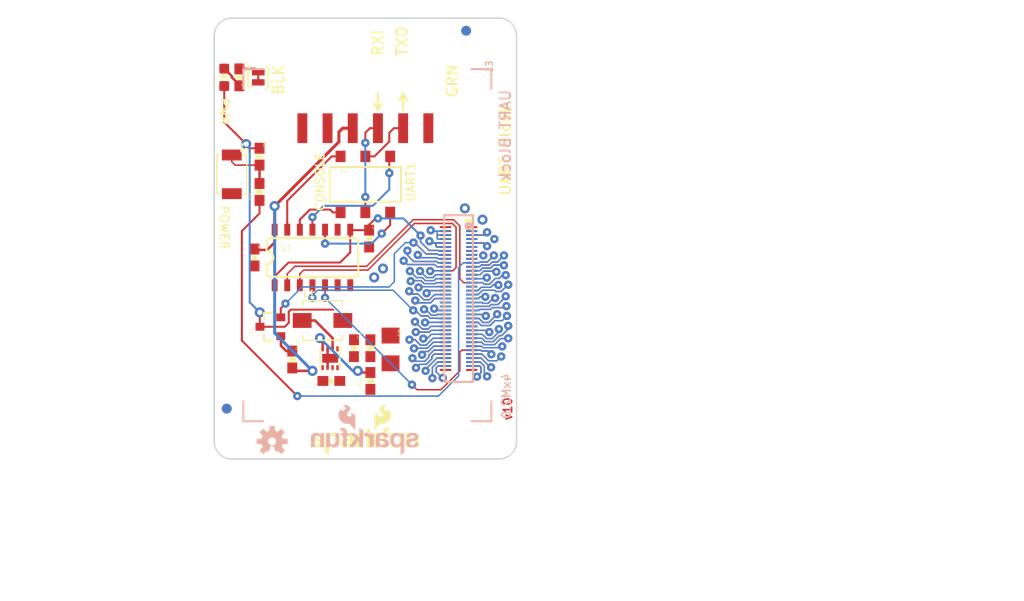
<source format=kicad_pcb>
(kicad_pcb (version 20211014) (generator pcbnew)
  (layers (0 "F.Cu" signal) (1 "In1.Cu" signal) (2 "In2.Cu" signal) (31 "B.Cu" signal) (34 "B.Paste" user) (35 "F.Paste" user) (36 "B.SilkS" user "B.Silkscreen") (37 "F.SilkS" user "F.Silkscreen") (38 "B.Mask" user) (39 "F.Mask" user) (44 "Edge.Cuts" user))
  (net 0 "")
  (net 1 "GND")
  (net 2 "VSYS")
  (net 3 "3.3V")
  (net 4 "GP183_PWM3")
  (net 5 "GP182_PWM2")
  (net 6 "GP13_PWM1")
  (net 7 "GP12_PWM0")
  (net 8 "GP14")
  (net 9 "GP15")
  (net 10 "GP49")
  (net 11 "GP48")
  (net 12 "GP47")
  (net 13 "GP46")
  (net 14 "GP45")
  (net 15 "GP165")
  (net 16 "GP44")
  (net 17 "PSW")
  (net 18 "FAULT")
  (net 19 "USB_VBUS")
  (net 20 "USB_DN")
  (net 21 "USB_DP")
  (net 22 "USB_ID")
  (net 23 "GP114_SPI_2_RXD")
  (net 24 "GP115_SPI_2_TXD")
  (net 25 "GP109_SPI_2_CLK")
  (net 26 "GP110_SPI_2_FS0")
  (net 27 "GP111_SPI_2_FS1")
  (net 28 "GP135_UART_2_TX")
  (net 29 "GP134_UART_2_RX")
  (net 30 "GP43_I2S_2_TXD")
  (net 31 "GP41_I2S_2_FS")
  (net 32 "GP40_I2S_2_CLK")
  (net 33 "GP42_I2S_2_RXD")
  (net 34 "GP28_I2C_6_SDA")
  (net 35 "GP27_I2C_6_SCL")
  (net 36 "GP20_I2C_1_SDA")
  (net 37 "GP19_I2C_1_SCL")
  (net 38 "GP131_UART_1_TX")
  (net 39 "GP130_UART_1_RX")
  (net 40 "GP129_UART_1_RTS")
  (net 41 "GP128_UART_1_CTS")
  (net 42 "GP84_SD_CLK_FB")
  (net 43 "GP78_SD_0_CLK")
  (net 44 "GP77_SD_0_CD#")
  (net 45 "GP79_SD_0_CMD")
  (net 46 "GP80_SD_0_DAT0")
  (net 47 "GP81_SD_0_DAT1")
  (net 48 "GP82_SD_0_DAT2")
  (net 49 "GP83_SD_0_DAT3")
  (net 50 "MSIC_SLP_CLK")
  (net 51 "RESET_OUT#")
  (net 52 "PWRBTN#")
  (net 53 "V_BAT_BKUP")
  (net 54 "1.8V")
  (net 55 "FW_RCVR")
  (net 56 "RCVR_MODE")
  (net 57 "OSC_CLK_OUT")
  (net 58 "N$12")
  (net 59 "N$13")
  (net 60 "N$15")
  (net 61 "VCC")
  (net 62 "N$18")
  (net 63 "N$19")
  (net 64 "TXO")
  (net 65 "RXI")
  (net 66 "UART2TX")
  (net 67 "UART2RX")
  (net 68 "UART1TX")
  (net 69 "UART1RX")
  (net 70 "DCIN")
  (net 71 "N$1")
  (footprint "boardEagle:0603-RES" (layer "F.Cu") (at 141.1351 117.1956 -90)
    (fp_text reference "R15")
    (fp_text value "1K")
  )
  (footprint "boardEagle:SFE_LOGO_NAME_FLAME_.1" (layer "F.Cu") (at 142.5321 126.9746)
    (fp_text reference "LOGO1" hide)
    (fp_text value "SFE_LOGO_NAME_FLAME.1_INCH" hide)
  )
  (footprint "boardEagle:0603-RES" (layer "F.Cu") (at 135.8011 88.7476 -90)
    (fp_text reference "R5")
    (fp_text value "1K")
  )
  (footprint "" (layer "F.Cu") (at 135.1661 125.3236)
    (fp_text reference "@HOLE1" hide)
    (fp_text value "")
  )
  (footprint "boardEagle:SO14" (layer "F.Cu") (at 143.1671 106.9086)
    (fp_text reference "U1")
    (fp_text value "")
  )
  (footprint "boardEagle:LED-0603" (layer "F.Cu") (at 134.2771 88.7476)
    (fp_text reference "D3")
    (fp_text value "BLUE")
  )
  (footprint "boardEagle:0603-CAP" (layer "F.Cu") (at 147.3581 116.0526 -90)
    (fp_text reference "C9")
    (fp_text value "47pF")
  )
  (footprint "boardEagle:1X06-SMD" (layer "F.Cu") (at 148.5011 88.8746 180)
    (fp_text reference "JP2" hide)
    (fp_text value "" hide)
  )
  (footprint "boardEagle:0603-RES" (layer "F.Cu") (at 137.8331 100.3046 90)
    (fp_text reference "R9")
    (fp_text value "22")
  )
  (footprint "boardEagle:PAD-JUMPER-2-NC_BY_TRACE_YES_SILK" (layer "F.Cu") (at 137.7061 88.7476 90)
    (fp_text reference "SJ3")
    (fp_text value "JUMPER-PAD-2-NC_BY_TRACE")
  )
  (footprint "boardEagle:0603-RES" (layer "F.Cu") (at 149.0091 116.0526 90)
    (fp_text reference "R13")
    (fp_text value "680k")
  )
  (footprint "boardEagle:OSHW-LOGO-S" (layer "F.Cu") (at 139.1031 125.4506)
    (fp_text reference "LOGO4" hide)
    (fp_text value "OSHW-LOGOS" hide)
  )
  (footprint "boardEagle:0603-RES" (layer "F.Cu") (at 149.0091 119.3546 90)
    (fp_text reference "R14")
    (fp_text value "120k")
  )
  (footprint "boardEagle:0603-CAP" (layer "F.Cu") (at 137.3251 106.9086 -90)
    (fp_text reference "C1")
    (fp_text value "0.1uF")
  )
  (footprint "boardEagle:1206" (layer "F.Cu") (at 151.0411 116.1796 -90)
    (fp_text reference "C8")
    (fp_text value "10uF")
  )
  (footprint "" (layer "F.Cu") (at 135.1661 84.6836)
    (fp_text reference "@HOLE2" hide)
    (fp_text value "")
  )
  (footprint "" (layer "F.Cu") (at 161.8361 84.6836)
    (fp_text reference "@HOLE3" hide)
    (fp_text value "")
  )
  (footprint "boardEagle:CREATIVE_COMMONS" (layer "F.Cu") (at 131.9911 141.1986)
    (fp_text reference "FRAME1" hide)
    (fp_text value "FRAME-LETTER" hide)
  )
  (footprint "boardEagle:0603-CAP" (layer "F.Cu") (at 145.0721 119.3546)
    (fp_text reference "C10")
    (fp_text value "4.7uF")
  )
  (footprint "boardEagle:FIDUCIAL-1X2" (layer "F.Cu") (at 158.6611 84.0486)
    (fp_text reference "FID1" hide)
    (fp_text value "FIDUCIAL1X2" hide)
  )
  (footprint "boardEagle:AYZ0202" (layer "F.Cu") (at 148.5011 99.5426)
    (fp_text reference "S2")
    (fp_text value "DPDT")
  )
  (footprint "boardEagle:INDUCTOR-SRP4020" (layer "F.Cu") (at 144.1831 113.2586)
    (fp_text reference "L1")
    (fp_text value "")
  )
  (footprint "boardEagle:FIDUCIAL-1X2" (layer "F.Cu") (at 134.5311 122.1486)
    (fp_text reference "FID2" hide)
    (fp_text value "FIDUCIAL1X2" hide)
  )
  (footprint "boardEagle:0603-CAP" (layer "F.Cu") (at 148.8821 105.0036 -90)
    (fp_text reference "C2")
    (fp_text value "0.1uF")
  )
  (footprint "boardEagle:SOT23-3" (layer "F.Cu") (at 138.9761 113.8936 90)
    (fp_text reference "Q1")
    (fp_text value "BSS138")
  )
  (footprint "boardEagle:CREATIVE_COMMONS" (layer "F.Cu") (at 131.9911 141.1986)
    (fp_text reference "FRAME2" hide)
    (fp_text value "FRAME-LETTER" hide)
  )
  (footprint "boardEagle:TACTILE_SWITCH-SMD-RIGHT-ANGLE" (layer "F.Cu") (at 135.0391 98.5266 -90)
    (fp_text reference "S1")
    (fp_text value "POWER" hide)
  )
  (footprint "" (layer "F.Cu") (at 161.8361 125.3236)
    (fp_text reference "@HOLE0" hide)
    (fp_text value "")
  )
  (footprint "boardEagle:0603-RES" (layer "F.Cu") (at 137.8331 96.7486 -90)
    (fp_text reference "R8")
    (fp_text value "10K")
  )
  (footprint "boardEagle:WSON-8-PAD" (layer "F.Cu") (at 144.9451 117.0686 180)
    (fp_text reference "U4" hide)
    (fp_text value "TPS62065" hide)
  )
  (footprint "boardEagle:FIDUCIAL-1X2" (layer "B.Cu") (at 158.6611 84.0486 180)
    (fp_text reference "FID4" hide)
    (fp_text value "FIDUCIAL1X2" hide)
  )
  (footprint "boardEagle:DF40C-70DP-0.4(51)" (layer "B.Cu") (at 157.9011 111.0488 90)
    (fp_text reference "U$3" hide)
    (fp_text value "EDISON_CONNECTOR_FULLHEADER" hide)
  )
  (footprint "boardEagle:SFE_LOGO_NAME_FLAME_.1" (layer "B.Cu") (at 154.3431 126.9746 180)
    (fp_text reference "LOGO3" hide)
    (fp_text value "SFE_LOGO_NAME_FLAME.1_INCH" hide)
  )
  (footprint "boardEagle:FIDUCIAL-1X2" (layer "B.Cu") (at 134.5311 122.1486 180)
    (fp_text reference "FID3" hide)
    (fp_text value "FIDUCIAL1X2" hide)
  )
  (footprint "boardEagle:OSHW-LOGO-S" (layer "B.Cu") (at 139.1031 125.4506 180)
    (fp_text reference "LOGO2" hide)
    (fp_text value "OSHW-LOGOS" hide)
  )
  (footprint "boardEagle:EDISON_DAUGHTER" (layer "B.Cu") (at 161.2011 123.4186 180)
    (fp_text reference "E1")
    (fp_text value "EDISON_CONNECTOR_FULLMOUNTING_HOLES" hide)
  )
  (gr_line (start 149.7711 92.0496) (end 150.1521 91.4146) (layer "F.SilkS") (width 0.254))
  (gr_line (start 152.3111 90.3986) (end 152.6921 91.0336) (layer "F.SilkS") (width 0.254))
  (gr_line (start 152.3111 90.3986) (end 152.3111 92.0496) (layer "F.SilkS") (width 0.254))
  (gr_line (start 152.3111 90.3986) (end 151.9301 91.0336) (layer "F.SilkS") (width 0.254))
  (gr_line (start 149.7711 92.0496) (end 149.3901 91.4146) (layer "F.SilkS") (width 0.254))
  (gr_line (start 149.7711 92.0496) (end 149.7711 90.3986) (layer "F.SilkS") (width 0.254))
  (gr_line (start 163.7411 84.5566) (end 163.7411 125.4506) (layer "Edge.Cuts") (width 0.1524))
  (gr_line (start 133.2611 125.4506) (end 133.2611 84.5566) (layer "Edge.Cuts") (width 0.1524))
  (gr_arc (start 135.0391 127.2286) (mid 133.781864 126.707836) (end 133.2611 125.4506) (layer "Edge.Cuts") (width 0.1524))
  (gr_arc (start 133.2611 84.5566) (mid 133.781864 83.299364) (end 135.0391 82.7786) (layer "Edge.Cuts") (width 0.1524))
  (gr_arc (start 163.7411 125.4506) (mid 163.220336 126.707836) (end 161.9631 127.2286) (layer "Edge.Cuts") (width 0.1524))
  (gr_line (start 161.9631 127.2286) (end 135.0391 127.2286) (layer "Edge.Cuts") (width 0.1524))
  (gr_line (start 135.0391 82.7786) (end 161.9631 82.7786) (layer "Edge.Cuts") (width 0.1524))
  (gr_arc (start 161.9631 82.7786) (mid 163.220336 83.299364) (end 163.7411 84.5566) (layer "Edge.Cuts") (width 0.1524))
  (gr_text "v10" (at 163.3601 123.4186 90) (layer "F.Cu") (effects (font (size 0.8636 0.8636) (thickness 0.1524)) (justify left bottom)))
  (gr_text "UART Block" (at 163.2331 89.8906 -270) (layer "B.SilkS") (effects (font (size 1.0795 1.0795) (thickness 0.1905)) (justify left bottom mirror)))
  (gr_text "4xM2.0" (at 162.7251 120.8786 -270) (layer "B.SilkS") (effects (font (size 0.8636 0.8636) (thickness 0.1524)) (justify mirror)))
  (gr_text "GRN" (at 157.2641 87.3506 90) (layer "F.SilkS") (effects (font (size 1.0795 1.0795) (thickness 0.1905)) (justify right)))
  (gr_text "TXO" (at 152.8191 86.7156 90) (layer "F.SilkS") (effects (font (size 1.0795 1.0795) (thickness 0.1905)) (justify left bottom)))
  (gr_text "UART1" (at 153.0731 99.2886 90) (layer "F.SilkS") (effects (font (size 0.8636 0.8636) (thickness 0.1524))))
  (gr_text "PWR" (at 134.2771 92.1766 270) (layer "F.SilkS") (effects (font (size 0.8636 0.8636) (thickness 0.1524))))
  (gr_text "CONSOLE" (at 143.9291 99.2886 90) (layer "F.SilkS") (effects (font (size 0.8636 0.8636) (thickness 0.1524))))
  (gr_text "POWER" (at 133.7691 101.5746 270) (layer "F.SilkS") (effects (font (size 0.8636 0.8636) (thickness 0.1524)) (justify left bottom)))
  (gr_text "RXI" (at 150.4061 86.7156 90) (layer "F.SilkS") (effects (font (size 1.0795 1.0795) (thickness 0.1905)) (justify left bottom)))
  (gr_text "BLK" (at 139.7381 87.3506 90) (layer "F.SilkS") (effects (font (size 1.0795 1.0795) (thickness 0.1905)) (justify right)))
  (gr_text "UART Block" (at 163.2331 100.8126 90) (layer "F.SilkS") (effects (font (size 1.0795 1.0795) (thickness 0.1905)) (justify left bottom)))
  (segment (start 144.6951 117.0686) (end 144.9451 117.0686) (width 0.254) (layer "F.Cu") (net 1))
  (segment (start 144.6951 118.0186) (end 144.6951 117.3186) (width 0.254) (layer "F.Cu") (net 1))
  (segment (start 144.6951 117.3186) (end 144.9451 117.0686) (width 0.254) (layer "F.Cu") (net 1))
  (segment (start 144.6951 116.1186) (end 144.6951 117.0686) (width 0.254) (layer "F.Cu") (net 1))
  (via (at 160.3121 103.0986) (size 1.016) (drill 0.508) (layers "F.Cu" "B.Cu") (net 1))
  (via (at 161.5059 105.0544) (size 0.8382) (drill 0.3302) (layers "F.Cu" "B.Cu") (net 1))
  (via (at 160.3883 106.7054) (size 0.8382) (drill 0.3302) (layers "F.Cu" "B.Cu") (net 1))
  (via (at 158.5341 101.9556) (size 1.016) (drill 0.508) (layers "F.Cu" "B.Cu") (net 1))
  (via (at 149.3901 108.9152) (size 1.016) (drill 0.508) (layers "F.Cu" "B.Cu") (net 1))
  (via (at 150.2791 108.0262) (size 1.016) (drill 0.508) (layers "F.Cu" "B.Cu") (net 1))
  (segment (start 140.7795 113.4872) (end 140.7795 112.3696) (width 0.2032) (layer "F.Cu") (net 2))
  (segment (start 137.8585 113.876) (end 137.8761 113.8936) (width 0.2032) (layer "F.Cu") (net 2))
  (segment (start 134.2771 89.6246) (end 134.2771 93.2688) (width 0.2032) (layer "F.Cu") (net 2))
  (segment (start 136.9069 95.8986) (end 136.4869 95.4786) (width 0.2032) (layer "F.Cu") (net 2))
  (segment (start 140.7795 112.3696) (end 140.9827 112.1664) (width 0.2032) (layer "F.Cu") (net 2))
  (segment (start 140.3731 113.8936) (end 140.7795 113.4872) (width 0.2032) (layer "F.Cu") (net 2))
  (segment (start 137.8761 113.8936) (end 140.3731 113.8936) (width 0.2032) (layer "F.Cu") (net 2))
  (segment (start 137.8331 95.8986) (end 136.9069 95.8986) (width 0.2032) (layer "F.Cu") (net 2))
  (segment (start 134.2771 93.2688) (end 136.4869 95.4786) (width 0.2032) (layer "F.Cu") (net 2))
  (segment (start 137.8585 112.4458) (end 137.8585 113.876) (width 0.2032) (layer "F.Cu") (net 2))
  (segment (start 140.9827 112.1664) (end 145.2499 112.1664) (width 0.2032) (layer "F.Cu") (net 2))
  (via (at 136.4869 95.4786) (size 1.016) (drill 0.508) (layers "F.Cu" "B.Cu") (net 2))
  (via (at 137.8585 112.4458) (size 1.016) (drill 0.508) (layers "F.Cu" "B.Cu") (net 2))
  (via (at 155.0871 104.166) (size 0.8382) (drill 0.3302) (layers "F.Cu" "B.Cu") (net 2))
  (segment (start 156.5811 104.2486) (end 155.7401 104.2486) (width 0.1524) (layer "B.Cu") (net 2))
  (segment (start 136.8425 111.4298) (end 137.8585 112.4458) (width 0.2032) (layer "B.Cu") (net 2))
  (segment (start 155.7661 104.6486) (end 155.7401 104.6226) (width 0.1524) (layer "B.Cu") (net 2))
  (segment (start 136.8425 95.8342) (end 136.8425 111.4298) (width 0.2032) (layer "B.Cu") (net 2))
  (segment (start 155.7401 104.2486) (end 155.1697 104.2486) (width 0.1524) (layer "B.Cu") (net 2))
  (segment (start 155.1697 104.2486) (end 155.0871 104.166) (width 0.1524) (layer "B.Cu") (net 2))
  (segment (start 155.7401 104.6226) (end 155.7401 104.2486) (width 0.1524) (layer "B.Cu") (net 2))
  (segment (start 156.5811 105.0486) (end 155.7851 105.0486) (width 0.1524) (layer "B.Cu") (net 2))
  (segment (start 155.7851 105.0486) (end 155.7401 105.0036) (width 0.1524) (layer "B.Cu") (net 2))
  (segment (start 155.7661 104.6486) (end 156.5811 104.6486) (width 0.1524) (layer "B.Cu") (net 2))
  (segment (start 155.7401 104.6226) (end 155.7401 105.0036) (width 0.1524) (layer "B.Cu") (net 2))
  (segment (start 136.4869 95.4786) (end 136.8425 95.8342) (width 0.2032) (layer "B.Cu") (net 2))
  (segment (start 155.6963 105.8488) (end 155.6131 105.7656) (width 0.1524) (layer "F.Cu") (net 3))
  (segment (start 155.1413 105.4488) (end 155.6131 105.4488) (width 0.1778) (layer "F.Cu") (net 3))
  (segment (start 154.9601 105.2676) (end 155.1413 105.4488) (width 0.1778) (layer "F.Cu") (net 3))
  (segment (start 155.6131 105.4488) (end 156.5811 105.4488) (width 0.1778) (layer "F.Cu") (net 3))
  (segment (start 156.5811 105.8488) (end 155.6963 105.8488) (width 0.1524) (layer "F.Cu") (net 3))
  (segment (start 155.6131 105.7656) (end 155.6131 105.4488) (width 0.1524) (layer "F.Cu") (net 3))
  (via (at 154.9601 105.2676) (size 0.8382) (drill 0.3302) (layers "F.Cu" "B.Cu") (net 3))
  (segment (start 155.1413 105.4488) (end 154.9601 105.2676) (width 0.1778) (layer "B.Cu") (net 3))
  (segment (start 155.6961 105.8486) (end 155.6131 105.7656) (width 0.1524) (layer "B.Cu") (net 3))
  (segment (start 155.6131 105.4488) (end 155.1413 105.4488) (width 0.1778) (layer "B.Cu") (net 3))
  (segment (start 156.5811 105.8486) (end 155.6961 105.8486) (width 0.1524) (layer "B.Cu") (net 3))
  (segment (start 156.5811 105.4488) (end 155.6131 105.4488) (width 0.1778) (layer "B.Cu") (net 3))
  (segment (start 156.5811 105.4486) (end 156.5811 105.4488) (width 0.1524) (layer "B.Cu") (net 3))
  (segment (start 155.6131 105.7656) (end 155.6131 105.4488) (width 0.1524) (layer "B.Cu") (net 3))
  (segment (start 159.8803 111.8362) (end 159.8677 111.8488) (width 0.1524) (layer "F.Cu") (net 4))
  (segment (start 159.8677 111.8488) (end 159.2211 111.8488) (width 0.1524) (layer "F.Cu") (net 4))
  (segment (start 160.9979 111.8362) (end 159.8803 111.8362) (width 0.1524) (layer "F.Cu") (net 4))
  (segment (start 162.6489 110.8202) (end 162.6489 110.871) (width 0.1524) (layer "F.Cu") (net 4))
  (segment (start 162.6489 110.871) (end 161.8615 111.6584) (width 0.1524) (layer "F.Cu") (net 4))
  (segment (start 161.8615 111.6584) (end 161.1757 111.6584) (width 0.1524) (layer "F.Cu") (net 4))
  (segment (start 161.1757 111.6584) (end 160.9979 111.8362) (width 0.1524) (layer "F.Cu") (net 4))
  (via (at 162.6489 110.8202) (size 0.8382) (drill 0.3302) (layers "F.Cu" "B.Cu") (net 4))
  (segment (start 162.6489 110.871) (end 162.6489 110.8202) (width 0.1524) (layer "B.Cu") (net 4))
  (segment (start 159.8679 111.8486) (end 159.8803 111.8362) (width 0.1524) (layer "B.Cu") (net 4))
  (segment (start 161.1757 111.6584) (end 161.8615 111.6584) (width 0.1524) (layer "B.Cu") (net 4))
  (segment (start 160.9979 111.8362) (end 161.1757 111.6584) (width 0.1524) (layer "B.Cu") (net 4))
  (segment (start 161.8615 111.6584) (end 162.6489 110.871) (width 0.1524) (layer "B.Cu") (net 4))
  (segment (start 159.2211 111.8486) (end 159.8679 111.8486) (width 0.1524) (layer "B.Cu") (net 4))
  (segment (start 159.8803 111.8362) (end 160.9979 111.8362) (width 0.1524) (layer "B.Cu") (net 4))
  (segment (start 159.2211 111.4488) (end 160.2803 111.4488) (width 0.1524) (layer "F.Cu") (net 5))
  (segment (start 160.3629 111.5314) (end 160.8709 111.5314) (width 0.1524) (layer "F.Cu") (net 5))
  (segment (start 160.2803 111.4488) (end 160.3629 111.5314) (width 0.1524) (layer "F.Cu") (net 5))
  (segment (start 161.4043 110.998) (end 161.5821 110.998) (width 0.1524) (layer "F.Cu") (net 5))
  (segment (start 160.8709 111.5314) (end 161.4043 110.998) (width 0.1524) (layer "F.Cu") (net 5))
  (via (at 161.5821 110.998) (size 0.8382) (drill 0.3302) (layers "F.Cu" "B.Cu") (net 5))
  (segment (start 160.2801 111.4486) (end 159.2211 111.4486) (width 0.1524) (layer "B.Cu") (net 5))
  (segment (start 160.8709 111.5314) (end 160.3629 111.5314) (width 0.1524) (layer "B.Cu") (net 5))
  (segment (start 160.3629 111.5314) (end 160.2801 111.4486) (width 0.1524) (layer "B.Cu") (net 5))
  (segment (start 161.5821 110.998) (end 161.4043 110.998) (width 0.1524) (layer "B.Cu") (net 5))
  (segment (start 161.4043 110.998) (end 160.8709 111.5314) (width 0.1524) (layer "B.Cu") (net 5))
  (segment (start 161.5313 110.2106) (end 160.3121 110.2106) (width 0.1524) (layer "F.Cu") (net 6))
  (segment (start 160.3121 110.2106) (end 159.8739 110.6488) (width 0.1524) (layer "F.Cu") (net 6))
  (segment (start 162.1917 110.3376) (end 161.6583 110.3376) (width 0.1524) (layer "F.Cu") (net 6))
  (segment (start 162.8775 109.6518) (end 162.1917 110.3376) (width 0.1524) (layer "F.Cu") (net 6))
  (segment (start 162.9029 109.6518) (end 162.8775 109.6518) (width 0.1524) (layer "F.Cu") (net 6))
  (segment (start 161.6583 110.3376) (end 161.5313 110.2106) (width 0.1524) (layer "F.Cu") (net 6))
  (segment (start 159.8739 110.6488) (end 159.2211 110.6488) (width 0.1524) (layer "F.Cu") (net 6))
  (via (at 162.9029 109.6518) (size 0.8382) (drill 0.3302) (layers "F.Cu" "B.Cu") (net 6))
  (segment (start 159.2211 110.6486) (end 159.8741 110.6486) (width 0.1524) (layer "B.Cu") (net 6))
  (segment (start 161.5313 110.2106) (end 161.6583 110.3376) (width 0.1524) (layer "B.Cu") (net 6))
  (segment (start 162.8775 109.6518) (end 162.9029 109.6518) (width 0.1524) (layer "B.Cu") (net 6))
  (segment (start 159.8741 110.6486) (end 160.3121 110.2106) (width 0.1524) (layer "B.Cu") (net 6))
  (segment (start 161.6583 110.3376) (end 162.1917 110.3376) (width 0.1524) (layer "B.Cu") (net 6))
  (segment (start 162.1917 110.3376) (end 162.8775 109.6518) (width 0.1524) (layer "B.Cu") (net 6))
  (segment (start 160.3121 110.2106) (end 161.5313 110.2106) (width 0.1524) (layer "B.Cu") (net 6))
  (segment (start 159.2211 111.0488) (end 159.9057 111.0488) (width 0.1524) (layer "F.Cu") (net 7))
  (segment (start 160.0835 110.871) (end 160.5915 110.871) (width 0.1524) (layer "F.Cu") (net 7))
  (segment (start 159.9057 111.0488) (end 160.0835 110.871) (width 0.1524) (layer "F.Cu") (net 7))
  (via (at 160.5915 110.871) (size 0.8382) (drill 0.3302) (layers "F.Cu" "B.Cu") (net 7))
  (segment (start 159.9057 111.0488) (end 159.2213 111.0488) (width 0.1524) (layer "B.Cu") (net 7))
  (segment (start 159.2213 111.0488) (end 159.2211 111.0486) (width 0.1524) (layer "B.Cu") (net 7))
  (segment (start 160.0835 110.871) (end 159.9057 111.0488) (width 0.1524) (layer "B.Cu") (net 7))
  (segment (start 160.5915 110.871) (end 160.0835 110.871) (width 0.1524) (layer "B.Cu") (net 7))
  (segment (start 154.5339 113.4488) (end 156.5811 113.4488) (width 0.1524) (layer "F.Cu") (net 8))
  (segment (start 154.5209 113.4618) (end 154.5339 113.4488) (width 0.1524) (layer "F.Cu") (net 8))
  (via (at 154.5209 113.4618) (size 0.8382) (drill 0.3302) (layers "F.Cu" "B.Cu") (net 8))
  (segment (start 156.5811 113.4486) (end 154.5341 113.4486) (width 0.1524) (layer "B.Cu") (net 8))
  (segment (start 154.5341 113.4486) (end 154.5209 113.4618) (width 0.1524) (layer "B.Cu") (net 8))
  (segment (start 156.5811 112.2488) (end 155.6193 112.2488) (width 0.1524) (layer "F.Cu") (net 9))
  (segment (start 155.6193 112.2488) (end 155.4353 112.0648) (width 0.1524) (layer "F.Cu") (net 9))
  (via (at 155.4353 112.0648) (size 0.8382) (drill 0.3302) (layers "F.Cu" "B.Cu") (net 9))
  (segment (start 155.6191 112.2486) (end 156.5811 112.2486) (width 0.1524) (layer "B.Cu") (net 9))
  (segment (start 155.4353 112.0648) (end 155.6191 112.2486) (width 0.1524) (layer "B.Cu") (net 9))
  (segment (start 154.3939 111.1758) (end 153.8097 110.5916) (width 0.1524) (layer "F.Cu") (net 10))
  (segment (start 153.8097 110.5916) (end 153.2001 110.5916) (width 0.1524) (layer "F.Cu") (net 10))
  (segment (start 153.2001 110.5916) (end 152.9207 110.3122) (width 0.1524) (layer "F.Cu") (net 10))
  (segment (start 155.4797 110.6488) (end 154.9527 111.1758) (width 0.1524) (layer "F.Cu") (net 10))
  (segment (start 156.5811 110.6488) (end 155.4797 110.6488) (width 0.1524) (layer "F.Cu") (net 10))
  (segment (start 154.9527 111.1758) (end 154.3939 111.1758) (width 0.1524) (layer "F.Cu") (net 10))
  (via (at 152.9207 110.3122) (size 0.8382) (drill 0.3302) (layers "F.Cu" "B.Cu") (net 10))
  (segment (start 152.9207 110.3122) (end 153.2001 110.5916) (width 0.1524) (layer "B.Cu") (net 10))
  (segment (start 154.3939 111.1758) (end 154.9527 111.1758) (width 0.1524) (layer "B.Cu") (net 10))
  (segment (start 153.2001 110.5916) (end 153.8097 110.5916) (width 0.1524) (layer "B.Cu") (net 10))
  (segment (start 155.4799 110.6486) (end 156.5811 110.6486) (width 0.1524) (layer "B.Cu") (net 10))
  (segment (start 154.9527 111.1758) (end 155.4799 110.6486) (width 0.1524) (layer "B.Cu") (net 10))
  (segment (start 153.8097 110.5916) (end 154.3939 111.1758) (width 0.1524) (layer "B.Cu") (net 10))
  (segment (start 154.9399 110.2488) (end 156.5811 110.2488) (width 0.1524) (layer "F.Cu") (net 11))
  (segment (start 154.6733 110.5154) (end 154.9399 110.2488) (width 0.1524) (layer "F.Cu") (net 11))
  (via (at 154.6733 110.5154) (size 0.8382) (drill 0.3302) (layers "F.Cu" "B.Cu") (net 11))
  (segment (start 154.9401 110.2486) (end 154.6733 110.5154) (width 0.1524) (layer "B.Cu") (net 11))
  (segment (start 156.5811 110.2486) (end 154.9401 110.2486) (width 0.1524) (layer "B.Cu") (net 11))
  (segment (start 155.6893 109.855) (end 153.9367 109.855) (width 0.1524) (layer "F.Cu") (net 12))
  (segment (start 153.9367 109.855) (end 153.8605 109.9312) (width 0.1524) (layer "F.Cu") (net 12))
  (segment (start 155.6955 109.8488) (end 155.6893 109.855) (width 0.1524) (layer "F.Cu") (net 12))
  (segment (start 156.5811 109.8488) (end 155.6955 109.8488) (width 0.1524) (layer "F.Cu") (net 12))
  (via (at 153.8605 109.9312) (size 0.8382) (drill 0.3302) (layers "F.Cu" "B.Cu") (net 12))
  (segment (start 153.9367 109.855) (end 155.6893 109.855) (width 0.1524) (layer "B.Cu") (net 12))
  (segment (start 155.6893 109.855) (end 155.6957 109.8486) (width 0.1524) (layer "B.Cu") (net 12))
  (segment (start 153.8605 109.9312) (end 153.9367 109.855) (width 0.1524) (layer "B.Cu") (net 12))
  (segment (start 155.6957 109.8486) (end 156.5811 109.8486) (width 0.1524) (layer "B.Cu") (net 12))
  (segment (start 154.1145 109.2454) (end 153.1239 109.2454) (width 0.1524) (layer "F.Cu") (net 13))
  (segment (start 156.5811 109.4488) (end 155.6637 109.4488) (width 0.1524) (layer "F.Cu") (net 13))
  (segment (start 155.5623 109.5502) (end 154.4193 109.5502) (width 0.1524) (layer "F.Cu") (net 13))
  (segment (start 153.1239 109.2454) (end 153.0731 109.2962) (width 0.1524) (layer "F.Cu") (net 13))
  (segment (start 154.4193 109.5502) (end 154.1145 109.2454) (width 0.1524) (layer "F.Cu") (net 13))
  (segment (start 155.6637 109.4488) (end 155.5623 109.5502) (width 0.1524) (layer "F.Cu") (net 13))
  (via (at 153.0731 109.2962) (size 0.8382) (drill 0.3302) (layers "F.Cu" "B.Cu") (net 13))
  (segment (start 153.0731 109.2962) (end 153.1239 109.2454) (width 0.1524) (layer "B.Cu") (net 13))
  (segment (start 155.5623 109.5502) (end 155.6639 109.4486) (width 0.1524) (layer "B.Cu") (net 13))
  (segment (start 154.4193 109.5502) (end 155.5623 109.5502) (width 0.1524) (layer "B.Cu") (net 13))
  (segment (start 154.1145 109.2454) (end 154.4193 109.5502) (width 0.1524) (layer "B.Cu") (net 13))
  (segment (start 153.1239 109.2454) (end 154.1145 109.2454) (width 0.1524) (layer "B.Cu") (net 13))
  (segment (start 155.6639 109.4486) (end 156.5811 109.4486) (width 0.1524) (layer "B.Cu") (net 13))
  (segment (start 153.6573 108.9406) (end 154.2415 108.9406) (width 0.1524) (layer "F.Cu") (net 14))
  (segment (start 154.2415 108.9406) (end 154.5463 109.2454) (width 0.1524) (layer "F.Cu") (net 14))
  (segment (start 152.9969 108.2802) (end 153.6573 108.9406) (width 0.1524) (layer "F.Cu") (net 14))
  (segment (start 155.4353 109.2454) (end 155.6319 109.0488) (width 0.1524) (layer "F.Cu") (net 14))
  (segment (start 154.5463 109.2454) (end 155.4353 109.2454) (width 0.1524) (layer "F.Cu") (net 14))
  (segment (start 155.6319 109.0488) (end 156.5811 109.0488) (width 0.1524) (layer "F.Cu") (net 14))
  (via (at 152.9969 108.2802) (size 0.8382) (drill 0.3302) (layers "F.Cu" "B.Cu") (net 14))
  (segment (start 155.6321 109.0486) (end 155.4353 109.2454) (width 0.1524) (layer "B.Cu") (net 14))
  (segment (start 154.2415 108.9406) (end 153.6573 108.9406) (width 0.1524) (layer "B.Cu") (net 14))
  (segment (start 153.6573 108.9406) (end 152.9969 108.2802) (width 0.1524) (layer "B.Cu") (net 14))
  (segment (start 155.4353 109.2454) (end 154.5463 109.2454) (width 0.1524) (layer "B.Cu") (net 14))
  (segment (start 154.5463 109.2454) (end 154.2415 108.9406) (width 0.1524) (layer "B.Cu") (net 14))
  (segment (start 156.5811 109.0486) (end 155.6321 109.0486) (width 0.1524) (layer "B.Cu") (net 14))
  (segment (start 160.6357 109.0488) (end 159.2211 109.0488) (width 0.1524) (layer "F.Cu") (net 15))
  (segment (start 160.7439 108.9406) (end 160.6357 109.0488) (width 0.1524) (layer "F.Cu") (net 15))
  (via (at 160.7439 108.9406) (size 0.8382) (drill 0.3302) (layers "F.Cu" "B.Cu") (net 15))
  (segment (start 160.6359 109.0486) (end 160.7439 108.9406) (width 0.1524) (layer "B.Cu") (net 15))
  (segment (start 159.2211 109.0486) (end 160.6359 109.0486) (width 0.1524) (layer "B.Cu") (net 15))
  (segment (start 156.5811 108.6488) (end 155.6001 108.6488) (width 0.1524) (layer "F.Cu") (net 16))
  (segment (start 155.6001 108.6488) (end 155.3083 108.9406) (width 0.1524) (layer "F.Cu") (net 16))
  (segment (start 155.3083 108.9406) (end 154.6733 108.9406) (width 0.1524) (layer "F.Cu") (net 16))
  (segment (start 154.6733 108.9406) (end 154.0129 108.2802) (width 0.1524) (layer "F.Cu") (net 16))
  (via (at 154.0129 108.2802) (size 0.8382) (drill 0.3302) (layers "F.Cu" "B.Cu") (net 16))
  (segment (start 154.0129 108.2802) (end 154.6733 108.9406) (width 0.1524) (layer "B.Cu") (net 16))
  (segment (start 155.3083 108.9406) (end 155.6003 108.6486) (width 0.1524) (layer "B.Cu") (net 16))
  (segment (start 155.6003 108.6486) (end 156.5811 108.6486) (width 0.1524) (layer "B.Cu") (net 16))
  (segment (start 154.6733 108.9406) (end 155.3083 108.9406) (width 0.1524) (layer "B.Cu") (net 16))
  (segment (start 162.4711 107.696) (end 162.4457 107.6706) (width 0.1524) (layer "F.Cu") (net 17))
  (segment (start 162.4457 107.6706) (end 161.4297 107.6706) (width 0.1524) (layer "F.Cu") (net 17))
  (segment (start 160.3121 107.9754) (end 160.0387 108.2488) (width 0.1524) (layer "F.Cu") (net 17))
  (segment (start 161.4297 107.6706) (end 161.1249 107.9754) (width 0.1524) (layer "F.Cu") (net 17))
  (segment (start 161.1249 107.9754) (end 160.3121 107.9754) (width 0.1524) (layer "F.Cu") (net 17))
  (segment (start 160.0387 108.2488) (end 159.2211 108.2488) (width 0.1524) (layer "F.Cu") (net 17))
  (via (at 162.4711 107.696) (size 0.8382) (drill 0.3302) (layers "F.Cu" "B.Cu") (net 17))
  (segment (start 160.0389 108.2486) (end 160.3121 107.9754) (width 0.1524) (layer "B.Cu") (net 17))
  (segment (start 159.2211 108.2486) (end 160.0389 108.2486) (width 0.1524) (layer "B.Cu") (net 17))
  (segment (start 161.1249 107.9754) (end 161.4297 107.6706) (width 0.1524) (layer "B.Cu") (net 17))
  (segment (start 161.4297 107.6706) (end 162.4457 107.6706) (width 0.1524) (layer "B.Cu") (net 17))
  (segment (start 162.4457 107.6706) (end 162.4711 107.696) (width 0.1524) (layer "B.Cu") (net 17))
  (segment (start 160.3121 107.9754) (end 161.1249 107.9754) (width 0.1524) (layer "B.Cu") (net 17))
  (segment (start 160.9979 107.6706) (end 161.3027 107.3658) (width 0.1524) (layer "F.Cu") (net 18))
  (segment (start 160.0069 107.8488) (end 160.1851 107.6706) (width 0.1524) (layer "F.Cu") (net 18))
  (segment (start 161.3027 107.3658) (end 161.8107 107.3658) (width 0.1524) (layer "F.Cu") (net 18))
  (segment (start 159.2211 107.8488) (end 160.0069 107.8488) (width 0.1524) (layer "F.Cu") (net 18))
  (segment (start 160.1851 107.6706) (end 160.9979 107.6706) (width 0.1524) (layer "F.Cu") (net 18))
  (segment (start 161.8107 107.3658) (end 162.4711 106.7054) (width 0.1524) (layer "F.Cu") (net 18))
  (via (at 162.4711 106.7054) (size 0.8382) (drill 0.3302) (layers "F.Cu" "B.Cu") (net 18))
  (segment (start 160.0071 107.8486) (end 159.2211 107.8486) (width 0.1524) (layer "B.Cu") (net 18))
  (segment (start 161.3027 107.3658) (end 160.9979 107.6706) (width 0.1524) (layer "B.Cu") (net 18))
  (segment (start 162.4711 106.7054) (end 161.8107 107.3658) (width 0.1524) (layer "B.Cu") (net 18))
  (segment (start 161.8107 107.3658) (end 161.3027 107.3658) (width 0.1524) (layer "B.Cu") (net 18))
  (segment (start 160.9979 107.6706) (end 160.1851 107.6706) (width 0.1524) (layer "B.Cu") (net 18))
  (segment (start 160.1851 107.6706) (end 160.0071 107.8486) (width 0.1524) (layer "B.Cu") (net 18))
  (segment (start 155.7151 107.8488) (end 156.5811 107.8488) (width 0.1524) (layer "F.Cu") (net 19))
  (segment (start 152.7429 107.6198) (end 155.4861 107.6198) (width 0.1524) (layer "F.Cu") (net 19))
  (segment (start 152.3619 107.2388) (end 152.7429 107.6198) (width 0.1524) (layer "F.Cu") (net 19))
  (segment (start 155.4861 107.6198) (end 155.7151 107.8488) (width 0.1524) (layer "F.Cu") (net 19))
  (via (at 152.3619 107.2388) (size 0.8382) (drill 0.3302) (layers "F.Cu" "B.Cu") (net 19))
  (segment (start 155.7149 107.8486) (end 155.4861 107.6198) (width 0.1524) (layer "B.Cu") (net 19))
  (segment (start 155.4861 107.6198) (end 152.7429 107.6198) (width 0.1524) (layer "B.Cu") (net 19))
  (segment (start 156.5811 107.8486) (end 155.7149 107.8486) (width 0.1524) (layer "B.Cu") (net 19))
  (segment (start 152.7429 107.6198) (end 152.3619 107.2388) (width 0.1524) (layer "B.Cu") (net 19))
  (segment (start 153.3779 107.315) (end 152.7429 106.68) (width 0.1524) (layer "F.Cu") (net 20))
  (segment (start 155.6893 107.315) (end 153.3779 107.315) (width 0.1524) (layer "F.Cu") (net 20))
  (segment (start 156.5811 107.4488) (end 155.8231 107.4488) (width 0.1524) (layer "F.Cu") (net 20))
  (segment (start 152.7429 106.68) (end 152.7429 106.2228) (width 0.1524) (layer "F.Cu") (net 20))
  (segment (start 155.8231 107.4488) (end 155.6893 107.315) (width 0.1524) (layer "F.Cu") (net 20))
  (via (at 152.7429 106.2228) (size 0.8382) (drill 0.3302) (layers "F.Cu" "B.Cu") (net 20))
  (segment (start 155.8229 107.4486) (end 156.5811 107.4486) (width 0.1524) (layer "B.Cu") (net 20))
  (segment (start 152.7429 106.2228) (end 152.7429 106.68) (width 0.1524) (layer "B.Cu") (net 20))
  (segment (start 153.3779 107.315) (end 155.6893 107.315) (width 0.1524) (layer "B.Cu") (net 20))
  (segment (start 152.7429 106.68) (end 153.3779 107.315) (width 0.1524) (layer "B.Cu") (net 20))
  (segment (start 155.6893 107.315) (end 155.8229 107.4486) (width 0.1524) (layer "B.Cu") (net 20))
  (segment (start 154.0637 106.934) (end 155.7401 106.934) (width 0.1524) (layer "F.Cu") (net 21))
  (segment (start 153.7843 106.6546) (end 154.0637 106.934) (width 0.1524) (layer "F.Cu") (net 21))
  (segment (start 155.8549 107.0488) (end 156.5811 107.0488) (width 0.1524) (layer "F.Cu") (net 21))
  (segment (start 155.7401 106.934) (end 155.8549 107.0488) (width 0.1524) (layer "F.Cu") (net 21))
  (via (at 153.7843 106.6546) (size 0.8382) (drill 0.3302) (layers "F.Cu" "B.Cu") (net 21))
  (segment (start 155.7401 106.934) (end 154.0637 106.934) (width 0.1524) (layer "B.Cu") (net 21))
  (segment (start 156.5811 107.0486) (end 155.8547 107.0486) (width 0.1524) (layer "B.Cu") (net 21))
  (segment (start 155.8547 107.0486) (end 155.7401 106.934) (width 0.1524) (layer "B.Cu") (net 21))
  (segment (start 154.0637 106.934) (end 153.7843 106.6546) (width 0.1524) (layer "B.Cu") (net 21))
  (segment (start 160.4899 104.6488) (end 159.2211 104.6488) (width 0.1524) (layer "F.Cu") (net 22))
  (segment (start 160.7701 104.3686) (end 160.4899 104.6488) (width 0.1524) (layer "F.Cu") (net 22))
  (via (at 160.7701 104.3686) (size 0.8382) (drill 0.3302) (layers "F.Cu" "B.Cu") (net 22))
  (segment (start 160.4901 104.6486) (end 160.7701 104.3686) (width 0.1524) (layer "B.Cu") (net 22))
  (segment (start 159.2211 104.6486) (end 160.4901 104.6486) (width 0.1524) (layer "B.Cu") (net 22))
  (segment (start 160.1845 115.8488) (end 160.3375 116.0018) (width 0.1524) (layer "F.Cu") (net 23))
  (segment (start 159.2211 115.8488) (end 160.1845 115.8488) (width 0.1524) (layer "F.Cu") (net 23))
  (segment (start 162.1663 116.0018) (end 162.2933 115.8748) (width 0.1524) (layer "F.Cu") (net 23))
  (segment (start 160.3375 116.0018) (end 162.1663 116.0018) (width 0.1524) (layer "F.Cu") (net 23))
  (via (at 162.2933 115.8748) (size 0.8382) (drill 0.3302) (layers "F.Cu" "B.Cu") (net 23))
  (segment (start 160.3375 116.0018) (end 162.1663 116.0018) (width 0.1524) (layer "B.Cu") (net 23))
  (segment (start 160.1843 115.8486) (end 159.2211 115.8486) (width 0.1524) (layer "B.Cu") (net 23))
  (segment (start 160.1843 115.8486) (end 160.3375 116.0018) (width 0.1524) (layer "B.Cu") (net 23))
  (segment (start 162.1663 116.0018) (end 162.2933 115.8748) (width 0.1524) (layer "B.Cu") (net 23))
  (segment (start 162.8775 115.0874) (end 162.9029 115.062) (width 0.1524) (layer "F.Cu") (net 24))
  (segment (start 160.4645 115.697) (end 160.2163 115.4488) (width 0.1524) (layer "F.Cu") (net 24))
  (segment (start 160.2163 115.4488) (end 159.2211 115.4488) (width 0.1524) (layer "F.Cu") (net 24))
  (segment (start 162.1409 115.0874) (end 161.5313 115.697) (width 0.1524) (layer "F.Cu") (net 24))
  (segment (start 162.1409 115.0874) (end 162.8775 115.0874) (width 0.1524) (layer "F.Cu") (net 24))
  (segment (start 161.5313 115.697) (end 160.4645 115.697) (width 0.1524) (layer "F.Cu") (net 24))
  (via (at 162.9029 115.062) (size 0.8382) (drill 0.3302) (layers "F.Cu" "B.Cu") (net 24))
  (segment (start 162.9029 115.062) (end 162.8775 115.0874) (width 0.1524) (layer "B.Cu") (net 24))
  (segment (start 161.5313 115.697) (end 162.1409 115.0874) (width 0.1524) (layer "B.Cu") (net 24))
  (segment (start 160.2161 115.4486) (end 160.4645 115.697) (width 0.1524) (layer "B.Cu") (net 24))
  (segment (start 160.4645 115.697) (end 161.5313 115.697) (width 0.1524) (layer "B.Cu") (net 24))
  (segment (start 162.8775 115.0874) (end 162.1409 115.0874) (width 0.1524) (layer "B.Cu") (net 24))
  (segment (start 159.2211 115.4486) (end 160.2161 115.4486) (width 0.1524) (layer "B.Cu") (net 24))
  (segment (start 162.9029 114.1222) (end 162.9029 113.792) (width 0.1524) (layer "F.Cu") (net 25))
  (segment (start 159.2211 115.0488) (end 160.2481 115.0488) (width 0.1524) (layer "F.Cu") (net 25))
  (segment (start 161.4043 115.3922) (end 162.0139 114.7826) (width 0.1524) (layer "F.Cu") (net 25))
  (segment (start 162.0139 114.7826) (end 162.2425 114.7826) (width 0.1524) (layer "F.Cu") (net 25))
  (segment (start 162.2425 114.7826) (end 162.9029 114.1222) (width 0.1524) (layer "F.Cu") (net 25))
  (segment (start 160.2481 115.0488) (end 160.5915 115.3922) (width 0.1524) (layer "F.Cu") (net 25))
  (segment (start 160.5915 115.3922) (end 161.4043 115.3922) (width 0.1524) (layer "F.Cu") (net 25))
  (via (at 162.9029 113.792) (size 0.8382) (drill 0.3302) (layers "F.Cu" "B.Cu") (net 25))
  (segment (start 162.0139 114.7826) (end 161.4043 115.3922) (width 0.1524) (layer "B.Cu") (net 25))
  (segment (start 160.5915 115.3922) (end 160.2479 115.0486) (width 0.1524) (layer "B.Cu") (net 25))
  (segment (start 161.4043 115.3922) (end 160.5915 115.3922) (width 0.1524) (layer "B.Cu") (net 25))
  (segment (start 162.9029 113.792) (end 162.9029 114.1222) (width 0.1524) (layer "B.Cu") (net 25))
  (segment (start 160.2479 115.0486) (end 159.2211 115.0486) (width 0.1524) (layer "B.Cu") (net 25))
  (segment (start 162.9029 114.1222) (end 162.2425 114.7826) (width 0.1524) (layer "B.Cu") (net 25))
  (segment (start 162.2425 114.7826) (end 162.0139 114.7826) (width 0.1524) (layer "B.Cu") (net 25))
  (segment (start 160.2799 114.6488) (end 159.2211 114.6488) (width 0.1524) (layer "F.Cu") (net 26))
  (segment (start 161.2773 115.0874) (end 160.7185 115.0874) (width 0.1524) (layer "F.Cu") (net 26))
  (segment (start 161.9631 114.1222) (end 161.9631 114.4016) (width 0.1524) (layer "F.Cu") (net 26))
  (segment (start 161.9631 114.4016) (end 161.2773 115.0874) (width 0.1524) (layer "F.Cu") (net 26))
  (segment (start 160.7185 115.0874) (end 160.2799 114.6488) (width 0.1524) (layer "F.Cu") (net 26))
  (via (at 161.9631 114.1222) (size 0.8382) (drill 0.3302) (layers "F.Cu" "B.Cu") (net 26))
  (segment (start 160.7185 115.0874) (end 161.2773 115.0874) (width 0.1524) (layer "B.Cu") (net 26))
  (segment (start 160.2797 114.6486) (end 160.7185 115.0874) (width 0.1524) (layer "B.Cu") (net 26))
  (segment (start 161.9631 114.4016) (end 161.9631 114.1222) (width 0.1524) (layer "B.Cu") (net 26))
  (segment (start 159.2211 114.6486) (end 160.2797 114.6486) (width 0.1524) (layer "B.Cu") (net 26))
  (segment (start 161.2773 115.0874) (end 161.9631 114.4016) (width 0.1524) (layer "B.Cu") (net 26))
  (segment (start 159.2215 114.2492) (end 159.2211 114.2488) (width 0.1524) (layer "F.Cu") (net 27))
  (segment (start 160.8201 114.2492) (end 159.2215 114.2492) (width 0.1524) (layer "F.Cu") (net 27))
  (segment (start 160.9979 114.427) (end 160.8201 114.2492) (width 0.1524) (layer "F.Cu") (net 27))
  (via (at 160.9979 114.427) (size 0.8382) (drill 0.3302) (layers "F.Cu" "B.Cu") (net 27))
  (segment (start 160.8195 114.2486) (end 160.9979 114.427) (width 0.1524) (layer "B.Cu") (net 27))
  (segment (start 159.2211 114.2486) (end 160.8195 114.2486) (width 0.1524) (layer "B.Cu") (net 27))
  (segment (start 148.6281 107.7976) (end 141.3891 107.7976) (width 0.1524) (layer "F.Cu") (net 28))
  (segment (start 158.0261 103.7336) (end 157.3911 103.0986) (width 0.1524) (layer "F.Cu") (net 28))
  (segment (start 140.6271 108.5596) (end 140.6271 109.7086) (width 0.1524) (layer "F.Cu") (net 28))
  (segment (start 158.0261 109.0676) (end 158.4073 109.4488) (width 0.1524) (layer "F.Cu") (net 28))
  (segment (start 162.6489 108.6866) (end 162.3187 108.6866) (width 0.1524) (layer "F.Cu") (net 28))
  (segment (start 160.3377 109.4488) (end 159.2211 109.4488) (width 0.1524) (layer "F.Cu") (net 28))
  (segment (start 162.3187 108.6866) (end 161.9885 109.0168) (width 0.1524) (layer "F.Cu") (net 28))
  (segment (start 141.3891 107.7976) (end 140.6271 108.5596) (width 0.1524) (layer "F.Cu") (net 28))
  (segment (start 157.3911 103.0986) (end 153.3271 103.0986) (width 0.1524) (layer "F.Cu") (net 28))
  (segment (start 160.4899 109.601) (end 160.3377 109.4488) (width 0.1524) (layer "F.Cu") (net 28))
  (segment (start 161.9885 109.0168) (end 161.6075 109.0168) (width 0.1524) (layer "F.Cu") (net 28))
  (segment (start 159.2211 109.4488) (end 158.4073 109.4488) (width 0.1524) (layer "F.Cu") (net 28))
  (segment (start 153.3271 103.0986) (end 148.6281 107.7976) (width 0.1524) (layer "F.Cu") (net 28))
  (segment (start 161.0233 109.601) (end 160.4899 109.601) (width 0.1524) (layer "F.Cu") (net 28))
  (segment (start 158.0261 109.0676) (end 158.0261 103.7336) (width 0.1524) (layer "F.Cu") (net 28))
  (segment (start 161.6075 109.0168) (end 161.0233 109.601) (width 0.1524) (layer "F.Cu") (net 28))
  (via (at 162.6489 108.6866) (size 0.8382) (drill 0.3302) (layers "F.Cu" "B.Cu") (net 28))
  (segment (start 162.3187 108.6866) (end 162.6489 108.6866) (width 0.1524) (layer "B.Cu") (net 28))
  (segment (start 159.2211 109.4486) (end 160.3375 109.4486) (width 0.1524) (layer "B.Cu") (net 28))
  (segment (start 160.4899 109.601) (end 161.0233 109.601) (width 0.1524) (layer "B.Cu") (net 28))
  (segment (start 160.3375 109.4486) (end 160.4899 109.601) (width 0.1524) (layer "B.Cu") (net 28))
  (segment (start 161.9885 109.0168) (end 162.3187 108.6866) (width 0.1524) (layer "B.Cu") (net 28))
  (segment (start 161.6075 109.0168) (end 161.9885 109.0168) (width 0.1524) (layer "B.Cu") (net 28))
  (segment (start 161.0233 109.601) (end 161.6075 109.0168) (width 0.1524) (layer "B.Cu") (net 28))
  (segment (start 157.2641 103.4796) (end 153.4541 103.4796) (width 0.1524) (layer "F.Cu") (net 29))
  (segment (start 155.0603 108.2488) (end 156.5811 108.2488) (width 0.1524) (layer "F.Cu") (net 29))
  (segment (start 148.7551 108.1786) (end 142.2781 108.1786) (width 0.1524) (layer "F.Cu") (net 29))
  (segment (start 157.6451 103.8606) (end 157.6451 107.9246) (width 0.1524) (layer "F.Cu") (net 29))
  (segment (start 153.4541 103.4796) (end 148.7551 108.1786) (width 0.1524) (layer "F.Cu") (net 29))
  (segment (start 155.0289 108.2802) (end 155.0603 108.2488) (width 0.1524) (layer "F.Cu") (net 29))
  (segment (start 157.6451 107.9246) (end 157.3209 108.2488) (width 0.1524) (layer "F.Cu") (net 29))
  (segment (start 141.8971 108.5596) (end 141.8971 109.7086) (width 0.1524) (layer "F.Cu") (net 29))
  (segment (start 142.2781 108.1786) (end 141.8971 108.5596) (width 0.1524) (layer "F.Cu") (net 29))
  (segment (start 156.5811 108.2488) (end 157.3209 108.2488) (width 0.1524) (layer "F.Cu") (net 29))
  (segment (start 157.6451 103.8606) (end 157.2641 103.4796) (width 0.1524) (layer "F.Cu") (net 29))
  (via (at 155.0289 108.2802) (size 0.8382) (drill 0.3302) (layers "F.Cu" "B.Cu") (net 29))
  (segment (start 155.0605 108.2486) (end 155.0289 108.2802) (width 0.1524) (layer "B.Cu") (net 29))
  (segment (start 156.5811 108.2486) (end 155.0605 108.2486) (width 0.1524) (layer "B.Cu") (net 29))
  (segment (start 154.0637 115.7478) (end 153.5049 115.189) (width 0.1524) (layer "F.Cu") (net 30))
  (segment (start 155.3215 115.0488) (end 154.6225 115.7478) (width 0.1524) (layer "F.Cu") (net 30))
  (segment (start 153.5049 115.189) (end 152.9461 115.189) (width 0.1524) (layer "F.Cu") (net 30))
  (segment (start 154.6225 115.7478) (end 154.0637 115.7478) (width 0.1524) (layer "F.Cu") (net 30))
  (segment (start 156.5811 115.0488) (end 155.3215 115.0488) (width 0.1524) (layer "F.Cu") (net 30))
  (via (at 152.9461 115.189) (size 0.8382) (drill 0.3302) (layers "F.Cu" "B.Cu") (net 30))
  (segment (start 155.3217 115.0486) (end 156.5811 115.0486) (width 0.1524) (layer "B.Cu") (net 30))
  (segment (start 153.5049 115.189) (end 154.0637 115.7478) (width 0.1524) (layer "B.Cu") (net 30))
  (segment (start 152.9461 115.189) (end 153.5049 115.189) (width 0.1524) (layer "B.Cu") (net 30))
  (segment (start 154.0637 115.7478) (end 154.6225 115.7478) (width 0.1524) (layer "B.Cu") (net 30))
  (segment (start 154.6225 115.7478) (end 155.3217 115.0486) (width 0.1524) (layer "B.Cu") (net 30))
  (segment (start 155.1627 114.6488) (end 156.5811 114.6488) (width 0.1524) (layer "F.Cu") (net 31))
  (segment (start 154.3431 115.0874) (end 154.7241 115.0874) (width 0.1524) (layer "F.Cu") (net 31))
  (segment (start 154.7241 115.0874) (end 155.1627 114.6488) (width 0.1524) (layer "F.Cu") (net 31))
  (via (at 154.3431 115.0874) (size 0.8382) (drill 0.3302) (layers "F.Cu" "B.Cu") (net 31))
  (segment (start 155.1629 114.6486) (end 154.7241 115.0874) (width 0.1524) (layer "B.Cu") (net 31))
  (segment (start 156.5811 114.6486) (end 155.1629 114.6486) (width 0.1524) (layer "B.Cu") (net 31))
  (segment (start 154.7241 115.0874) (end 154.3431 115.0874) (width 0.1524) (layer "B.Cu") (net 31))
  (segment (start 155.1309 114.2488) (end 154.9527 114.427) (width 0.1524) (layer "F.Cu") (net 32))
  (segment (start 154.9527 114.427) (end 153.5811 114.427) (width 0.1524) (layer "F.Cu") (net 32))
  (segment (start 156.5811 114.2488) (end 155.1309 114.2488) (width 0.1524) (layer "F.Cu") (net 32))
  (via (at 153.5811 114.427) (size 0.8382) (drill 0.3302) (layers "F.Cu" "B.Cu") (net 32))
  (segment (start 154.9527 114.427) (end 155.1311 114.2486) (width 0.1524) (layer "B.Cu") (net 32))
  (segment (start 153.5811 114.427) (end 154.9527 114.427) (width 0.1524) (layer "B.Cu") (net 32))
  (segment (start 155.1311 114.2486) (end 156.5811 114.2486) (width 0.1524) (layer "B.Cu") (net 32))
  (segment (start 156.5811 113.8488) (end 155.0991 113.8488) (width 0.1524) (layer "F.Cu") (net 33))
  (segment (start 155.0991 113.8488) (end 154.8257 114.1222) (width 0.1524) (layer "F.Cu") (net 33))
  (segment (start 154.2415 114.1222) (end 153.5049 113.3856) (width 0.1524) (layer "F.Cu") (net 33))
  (segment (start 154.8257 114.1222) (end 154.2415 114.1222) (width 0.1524) (layer "F.Cu") (net 33))
  (via (at 153.5049 113.3856) (size 0.8382) (drill 0.3302) (layers "F.Cu" "B.Cu") (net 33))
  (segment (start 153.5049 113.3856) (end 154.2415 114.1222) (width 0.1524) (layer "B.Cu") (net 33))
  (segment (start 155.0993 113.8486) (end 156.5811 113.8486) (width 0.1524) (layer "B.Cu") (net 33))
  (segment (start 154.2415 114.1222) (end 154.8257 114.1222) (width 0.1524) (layer "B.Cu") (net 33))
  (segment (start 154.8257 114.1222) (end 155.0993 113.8486) (width 0.1524) (layer "B.Cu") (net 33))
  (segment (start 161.5567 113.284) (end 162.2933 113.284) (width 0.1524) (layer "F.Cu") (net 34))
  (segment (start 160.1851 113.7666) (end 161.0741 113.7666) (width 0.1524) (layer "F.Cu") (net 34))
  (segment (start 162.2933 113.284) (end 162.7759 112.8014) (width 0.1524) (layer "F.Cu") (net 34))
  (segment (start 161.0741 113.7666) (end 161.5567 113.284) (width 0.1524) (layer "F.Cu") (net 34))
  (segment (start 159.8673 113.4488) (end 160.1851 113.7666) (width 0.1524) (layer "F.Cu") (net 34))
  (segment (start 159.2211 113.4488) (end 159.8673 113.4488) (width 0.1524) (layer "F.Cu") (net 34))
  (via (at 162.7759 112.8014) (size 0.8382) (drill 0.3302) (layers "F.Cu" "B.Cu") (net 34))
  (segment (start 160.1851 113.7666) (end 159.8671 113.4486) (width 0.1524) (layer "B.Cu") (net 34))
  (segment (start 161.0741 113.7666) (end 160.1851 113.7666) (width 0.1524) (layer "B.Cu") (net 34))
  (segment (start 162.7759 112.8014) (end 162.2933 113.284) (width 0.1524) (layer "B.Cu") (net 34))
  (segment (start 161.5567 113.284) (end 161.0741 113.7666) (width 0.1524) (layer "B.Cu") (net 34))
  (segment (start 162.2933 113.284) (end 161.5567 113.284) (width 0.1524) (layer "B.Cu") (net 34))
  (segment (start 159.8671 113.4486) (end 159.2211 113.4486) (width 0.1524) (layer "B.Cu") (net 34))
  (segment (start 160.3629 113.4618) (end 159.9499 113.0488) (width 0.1524) (layer "F.Cu") (net 35))
  (segment (start 159.9499 113.0488) (end 159.2211 113.0488) (width 0.1524) (layer "F.Cu") (net 35))
  (segment (start 160.9471 113.4618) (end 160.3629 113.4618) (width 0.1524) (layer "F.Cu") (net 35))
  (segment (start 161.7853 112.6236) (end 160.9471 113.4618) (width 0.1524) (layer "F.Cu") (net 35))
  (via (at 161.7853 112.6236) (size 0.8382) (drill 0.3302) (layers "F.Cu" "B.Cu") (net 35))
  (segment (start 160.3629 113.4618) (end 160.9471 113.4618) (width 0.1524) (layer "B.Cu") (net 35))
  (segment (start 160.9471 113.4618) (end 161.7853 112.6236) (width 0.1524) (layer "B.Cu") (net 35))
  (segment (start 159.2211 113.0486) (end 159.9497 113.0486) (width 0.1524) (layer "B.Cu") (net 35))
  (segment (start 159.9497 113.0486) (end 160.3629 113.4618) (width 0.1524) (layer "B.Cu") (net 35))
  (segment (start 159.2211 112.6488) (end 160.4897 112.6488) (width 0.1524) (layer "F.Cu") (net 36))
  (segment (start 160.4897 112.6488) (end 160.6423 112.8014) (width 0.1524) (layer "F.Cu") (net 36))
  (via (at 160.6423 112.8014) (size 0.8382) (drill 0.3302) (layers "F.Cu" "B.Cu") (net 36))
  (segment (start 160.4899 112.649) (end 159.2215 112.649) (width 0.1524) (layer "B.Cu") (net 36))
  (segment (start 160.6423 112.8014) (end 160.4899 112.649) (width 0.1524) (layer "B.Cu") (net 36))
  (segment (start 159.2215 112.649) (end 159.2211 112.6486) (width 0.1524) (layer "B.Cu") (net 36))
  (segment (start 161.3027 111.9632) (end 162.5727 111.9632) (width 0.1524) (layer "F.Cu") (net 37))
  (segment (start 159.9249 112.2488) (end 160.0327 112.141) (width 0.1524) (layer "F.Cu") (net 37))
  (segment (start 160.0327 112.141) (end 161.1249 112.141) (width 0.1524) (layer "F.Cu") (net 37))
  (segment (start 162.5727 111.9632) (end 162.7251 111.8108) (width 0.1524) (layer "F.Cu") (net 37))
  (segment (start 161.1249 112.141) (end 161.3027 111.9632) (width 0.1524) (layer "F.Cu") (net 37))
  (segment (start 159.2211 112.2488) (end 159.9249 112.2488) (width 0.1524) (layer "F.Cu") (net 37))
  (via (at 162.7251 111.8108) (size 0.8382) (drill 0.3302) (layers "F.Cu" "B.Cu") (net 37))
  (segment (start 161.1249 112.141) (end 160.0327 112.141) (width 0.1524) (layer "B.Cu") (net 37))
  (segment (start 162.7251 111.8108) (end 162.5727 111.9632) (width 0.1524) (layer "B.Cu") (net 37))
  (segment (start 159.9251 112.2486) (end 159.2211 112.2486) (width 0.1524) (layer "B.Cu") (net 37))
  (segment (start 162.5727 111.9632) (end 161.3027 111.9632) (width 0.1524) (layer "B.Cu") (net 37))
  (segment (start 161.3027 111.9632) (end 161.1249 112.141) (width 0.1524) (layer "B.Cu") (net 37))
  (segment (start 160.0327 112.141) (end 159.9251 112.2486) (width 0.1524) (layer "B.Cu") (net 37))
  (segment (start 143.1671 110.9726) (end 143.1671 109.7086) (width 0.1524) (layer "F.Cu") (net 38))
  (segment (start 154.1145 112.8014) (end 153.5557 112.2426) (width 0.1524) (layer "F.Cu") (net 38))
  (segment (start 155.7843 113.0488) (end 155.7655 113.03) (width 0.1524) (layer "F.Cu") (net 38))
  (segment (start 154.8003 112.8014) (end 154.1145 112.8014) (width 0.1524) (layer "F.Cu") (net 38))
  (segment (start 155.0289 113.03) (end 154.8003 112.8014) (width 0.1524) (layer "F.Cu") (net 38))
  (segment (start 155.7655 113.03) (end 155.0289 113.03) (width 0.1524) (layer "F.Cu") (net 38))
  (segment (start 156.5811 113.0488) (end 155.7843 113.0488) (width 0.1524) (layer "F.Cu") (net 38))
  (segment (start 153.5557 112.2426) (end 153.3271 112.2426) (width 0.1524) (layer "F.Cu") (net 38))
  (via (at 143.1671 110.9726) (size 0.8382) (drill 0.3302) (layers "F.Cu" "B.Cu") (net 38))
  (via (at 153.3271 112.2426) (size 0.8382) (drill 0.3302) (layers "F.Cu" "B.Cu") (net 38))
  (segment (start 155.7841 113.0486) (end 156.5811 113.0486) (width 0.1524) (layer "B.Cu") (net 38))
  (segment (start 143.1671 110.7186) (end 143.6751 110.2106) (width 0.1524) (layer "B.Cu") (net 38))
  (segment (start 143.6751 110.2106) (end 151.2951 110.2106) (width 0.1524) (layer "B.Cu") (net 38))
  (segment (start 155.0289 113.03) (end 155.7655 113.03) (width 0.1524) (layer "B.Cu") (net 38))
  (segment (start 153.5557 112.2426) (end 154.1145 112.8014) (width 0.1524) (layer "B.Cu") (net 38))
  (segment (start 154.8003 112.8014) (end 155.0289 113.03) (width 0.1524) (layer "B.Cu") (net 38))
  (segment (start 143.1671 110.9726) (end 143.1671 110.7186) (width 0.1524) (layer "B.Cu") (net 38))
  (segment (start 155.7655 113.03) (end 155.7841 113.0486) (width 0.1524) (layer "B.Cu") (net 38))
  (segment (start 151.2951 110.2106) (end 153.3271 112.2426) (width 0.1524) (layer "B.Cu") (net 38))
  (segment (start 153.3271 112.2426) (end 153.5557 112.2426) (width 0.1524) (layer "B.Cu") (net 38))
  (segment (start 154.1145 112.8014) (end 154.8003 112.8014) (width 0.1524) (layer "B.Cu") (net 38))
  (segment (start 153.7081 120.2436) (end 153.2001 119.7356) (width 0.1524) (layer "F.Cu") (net 39))
  (segment (start 158.0261 118.3386) (end 156.1211 120.2436) (width 0.1524) (layer "F.Cu") (net 39))
  (segment (start 144.4371 110.9726) (end 144.4371 109.7086) (width 0.1524) (layer "F.Cu") (net 39))
  (segment (start 158.0261 116.4336) (end 158.2109 116.2488) (width 0.1524) (layer "F.Cu") (net 39))
  (segment (start 160.1273 116.2488) (end 159.2211 116.2488) (width 0.1524) (layer "F.Cu") (net 39))
  (segment (start 158.0261 116.4336) (end 158.0261 118.3386) (width 0.1524) (layer "F.Cu") (net 39))
  (segment (start 156.1211 120.2436) (end 153.7081 120.2436) (width 0.1524) (layer "F.Cu") (net 39))
  (segment (start 160.8709 116.332) (end 160.2105 116.332) (width 0.1524) (layer "F.Cu") (net 39))
  (segment (start 158.2109 116.2488) (end 159.2211 116.2488) (width 0.1524) (layer "F.Cu") (net 39))
  (segment (start 160.2105 116.332) (end 160.1273 116.2488) (width 0.1524) (layer "F.Cu") (net 39))
  (segment (start 161.2011 116.6622) (end 160.8709 116.332) (width 0.1524) (layer "F.Cu") (net 39))
  (via (at 144.4371 110.9726) (size 0.8382) (drill 0.3302) (layers "F.Cu" "B.Cu") (net 39))
  (via (at 153.2001 119.7356) (size 0.8382) (drill 0.3302) (layers "F.Cu" "B.Cu") (net 39))
  (via (at 161.2011 116.6622) (size 0.8382) (drill 0.3302) (layers "F.Cu" "B.Cu") (net 39))
  (segment (start 153.2001 119.7356) (end 144.4371 110.9726) (width 0.1524) (layer "B.Cu") (net 39))
  (segment (start 159.2211 116.2486) (end 160.1271 116.2486) (width 0.1524) (layer "B.Cu") (net 39))
  (segment (start 160.1271 116.2486) (end 160.2105 116.332) (width 0.1524) (layer "B.Cu") (net 39))
  (segment (start 160.8709 116.332) (end 161.2011 116.6622) (width 0.1524) (layer "B.Cu") (net 39))
  (segment (start 160.2105 116.332) (end 160.8709 116.332) (width 0.1524) (layer "B.Cu") (net 39))
  (segment (start 160.2479 116.6488) (end 159.2211 116.6488) (width 0.1524) (layer "F.Cu") (net 40))
  (segment (start 160.9217 117.3226) (end 160.2479 116.6488) (width 0.1524) (layer "F.Cu") (net 40))
  (segment (start 161.7599 117.3226) (end 160.9217 117.3226) (width 0.1524) (layer "F.Cu") (net 40))
  (segment (start 162.1917 116.8908) (end 161.7599 117.3226) (width 0.1524) (layer "F.Cu") (net 40))
  (via (at 162.1917 116.8908) (size 0.8382) (drill 0.3302) (layers "F.Cu" "B.Cu") (net 40))
  (segment (start 159.2211 116.6486) (end 160.2477 116.6486) (width 0.1524) (layer "B.Cu") (net 40))
  (segment (start 161.7599 117.3226) (end 162.1917 116.8908) (width 0.1524) (layer "B.Cu") (net 40))
  (segment (start 160.9217 117.3226) (end 161.7599 117.3226) (width 0.1524) (layer "B.Cu") (net 40))
  (segment (start 160.2477 116.6486) (end 160.9217 117.3226) (width 0.1524) (layer "B.Cu") (net 40))
  (segment (start 161.0995 117.983) (end 161.1757 117.983) (width 0.1524) (layer "F.Cu") (net 41))
  (segment (start 159.2211 117.0488) (end 160.1653 117.0488) (width 0.1524) (layer "F.Cu") (net 41))
  (segment (start 160.1653 117.0488) (end 161.0995 117.983) (width 0.1524) (layer "F.Cu") (net 41))
  (via (at 161.1757 117.983) (size 0.8382) (drill 0.3302) (layers "F.Cu" "B.Cu") (net 41))
  (segment (start 161.1757 117.983) (end 161.0995 117.983) (width 0.1524) (layer "B.Cu") (net 41))
  (segment (start 161.0995 117.983) (end 160.1651 117.0486) (width 0.1524) (layer "B.Cu") (net 41))
  (segment (start 160.1651 117.0486) (end 159.2211 117.0486) (width 0.1524) (layer "B.Cu") (net 41))
  (segment (start 155.1559 112.7252) (end 154.5717 112.141) (width 0.1524) (layer "F.Cu") (net 42))
  (segment (start 155.6639 112.7252) (end 155.1559 112.7252) (width 0.1524) (layer "F.Cu") (net 42))
  (segment (start 156.5811 112.6488) (end 155.7403 112.6488) (width 0.1524) (layer "F.Cu") (net 42))
  (segment (start 154.5717 112.141) (end 154.4193 112.141) (width 0.1524) (layer "F.Cu") (net 42))
  (segment (start 155.7403 112.6488) (end 155.6639 112.7252) (width 0.1524) (layer "F.Cu") (net 42))
  (via (at 154.4193 112.141) (size 0.8382) (drill 0.3302) (layers "F.Cu" "B.Cu") (net 42))
  (segment (start 156.5807 112.649) (end 156.5811 112.6486) (width 0.1524) (layer "B.Cu") (net 42))
  (segment (start 155.6639 112.7252) (end 155.7401 112.649) (width 0.1524) (layer "B.Cu") (net 42))
  (segment (start 155.7401 112.649) (end 156.5807 112.649) (width 0.1524) (layer "B.Cu") (net 42))
  (segment (start 155.1559 112.7252) (end 155.6639 112.7252) (width 0.1524) (layer "B.Cu") (net 42))
  (segment (start 154.4193 112.141) (end 154.5717 112.141) (width 0.1524) (layer "B.Cu") (net 42))
  (segment (start 154.5717 112.141) (end 155.1559 112.7252) (width 0.1524) (layer "B.Cu") (net 42))
  (segment (start 154.7495 116.0526) (end 153.4287 116.0526) (width 0.1524) (layer "F.Cu") (net 43))
  (segment (start 153.4287 116.0526) (end 153.4033 116.078) (width 0.1524) (layer "F.Cu") (net 43))
  (segment (start 156.5811 115.4488) (end 155.3533 115.4488) (width 0.1524) (layer "F.Cu") (net 43))
  (segment (start 155.3533 115.4488) (end 154.7495 116.0526) (width 0.1524) (layer "F.Cu") (net 43))
  (via (at 153.4033 116.078) (size 0.8382) (drill 0.3302) (layers "F.Cu" "B.Cu") (net 43))
  (segment (start 155.3535 115.4486) (end 156.5811 115.4486) (width 0.1524) (layer "B.Cu") (net 43))
  (segment (start 153.4033 116.078) (end 153.4287 116.0526) (width 0.1524) (layer "B.Cu") (net 43))
  (segment (start 154.7495 116.0526) (end 155.3535 115.4486) (width 0.1524) (layer "B.Cu") (net 43))
  (segment (start 153.4287 116.0526) (end 154.7495 116.0526) (width 0.1524) (layer "B.Cu") (net 43))
  (segment (start 154.5463 116.3828) (end 154.2161 116.713) (width 0.1524) (layer "F.Cu") (net 44))
  (segment (start 154.8511 116.3828) (end 154.5463 116.3828) (width 0.1524) (layer "F.Cu") (net 44))
  (segment (start 156.5811 115.8488) (end 155.3851 115.8488) (width 0.1524) (layer "F.Cu") (net 44))
  (segment (start 155.3851 115.8488) (end 154.8511 116.3828) (width 0.1524) (layer "F.Cu") (net 44))
  (via (at 154.2161 116.713) (size 0.8382) (drill 0.3302) (layers "F.Cu" "B.Cu") (net 44))
  (segment (start 156.5803 115.8494) (end 156.5811 115.8486) (width 0.1524) (layer "B.Cu") (net 44))
  (segment (start 154.2161 116.713) (end 154.5463 116.3828) (width 0.1524) (layer "B.Cu") (net 44))
  (segment (start 155.3845 115.8494) (end 156.5803 115.8494) (width 0.1524) (layer "B.Cu") (net 44))
  (segment (start 154.8511 116.3828) (end 155.3845 115.8494) (width 0.1524) (layer "B.Cu") (net 44))
  (segment (start 154.5463 116.3828) (end 154.8511 116.3828) (width 0.1524) (layer "B.Cu") (net 44))
  (segment (start 154.9019 116.967) (end 154.4955 117.3734) (width 0.1524) (layer "F.Cu") (net 45))
  (segment (start 154.4955 117.3734) (end 153.5557 117.3734) (width 0.1524) (layer "F.Cu") (net 45))
  (segment (start 154.9019 116.7638) (end 154.9019 116.967) (width 0.1524) (layer "F.Cu") (net 45))
  (segment (start 153.5557 117.3734) (end 153.2509 117.0686) (width 0.1524) (layer "F.Cu") (net 45))
  (segment (start 155.4169 116.2488) (end 154.9019 116.7638) (width 0.1524) (layer "F.Cu") (net 45))
  (segment (start 156.5811 116.2488) (end 155.4169 116.2488) (width 0.1524) (layer "F.Cu") (net 45))
  (via (at 153.2509 117.0686) (size 0.8382) (drill 0.3302) (layers "F.Cu" "B.Cu") (net 45))
  (segment (start 155.4171 116.2486) (end 156.5811 116.2486) (width 0.1524) (layer "B.Cu") (net 45))
  (segment (start 153.5557 117.3734) (end 154.4955 117.3734) (width 0.1524) (layer "B.Cu") (net 45))
  (segment (start 153.2509 117.0686) (end 153.5557 117.3734) (width 0.1524) (layer "B.Cu") (net 45))
  (segment (start 154.9019 116.7638) (end 155.4171 116.2486) (width 0.1524) (layer "B.Cu") (net 45))
  (segment (start 154.4955 117.3734) (end 154.9019 116.967) (width 0.1524) (layer "B.Cu") (net 45))
  (segment (start 154.9019 116.967) (end 154.9019 116.7638) (width 0.1524) (layer "B.Cu") (net 45))
  (segment (start 154.5717 118.3386) (end 154.5717 118.1862) (width 0.1524) (layer "F.Cu") (net 46))
  (segment (start 154.5717 118.1862) (end 155.7091 117.0488) (width 0.1524) (layer "F.Cu") (net 46))
  (segment (start 155.7091 117.0488) (end 156.5811 117.0488) (width 0.1524) (layer "F.Cu") (net 46))
  (via (at 154.5717 118.3386) (size 0.8382) (drill 0.3302) (layers "F.Cu" "B.Cu") (net 46))
  (segment (start 154.5717 118.1862) (end 154.5717 118.3386) (width 0.1524) (layer "B.Cu") (net 46))
  (segment (start 155.7093 117.0486) (end 154.5717 118.1862) (width 0.1524) (layer "B.Cu") (net 46))
  (segment (start 156.5811 117.0486) (end 155.7093 117.0486) (width 0.1524) (layer "B.Cu") (net 46))
  (segment (start 155.6385 118.0338) (end 155.6385 118.4402) (width 0.1524) (layer "F.Cu") (net 47))
  (segment (start 155.8235 117.8488) (end 155.6385 118.0338) (width 0.1524) (layer "F.Cu") (net 47))
  (segment (start 156.5811 117.8488) (end 155.8235 117.8488) (width 0.1524) (layer "F.Cu") (net 47))
  (segment (start 156.2481 119.0498) (end 156.2989 119.0498) (width 0.1524) (layer "F.Cu") (net 47))
  (segment (start 155.6385 118.4402) (end 156.2481 119.0498) (width 0.1524) (layer "F.Cu") (net 47))
  (via (at 156.2989 119.0498) (size 0.8382) (drill 0.3302) (layers "F.Cu" "B.Cu") (net 47))
  (segment (start 155.8237 117.8486) (end 156.5811 117.8486) (width 0.1524) (layer "B.Cu") (net 47))
  (segment (start 156.2481 119.0498) (end 155.6385 118.4402) (width 0.1524) (layer "B.Cu") (net 47))
  (segment (start 155.6385 118.4402) (end 155.6385 118.0338) (width 0.1524) (layer "B.Cu") (net 47))
  (segment (start 156.2989 119.0498) (end 156.2481 119.0498) (width 0.1524) (layer "B.Cu") (net 47))
  (segment (start 155.6385 118.0338) (end 155.8237 117.8486) (width 0.1524) (layer "B.Cu") (net 47))
  (segment (start 155.4487 116.6488) (end 155.2067 116.8908) (width 0.1524) (layer "F.Cu") (net 48))
  (segment (start 155.2067 116.8908) (end 155.2067 117.1194) (width 0.1524) (layer "F.Cu") (net 48))
  (segment (start 155.2067 117.1194) (end 154.6479 117.6782) (width 0.1524) (layer "F.Cu") (net 48))
  (segment (start 154.6479 117.6782) (end 153.9621 117.6782) (width 0.1524) (layer "F.Cu") (net 48))
  (segment (start 156.5811 116.6488) (end 155.4487 116.6488) (width 0.1524) (layer "F.Cu") (net 48))
  (segment (start 153.9621 117.6782) (end 153.6065 118.0338) (width 0.1524) (layer "F.Cu") (net 48))
  (via (at 153.6065 118.0338) (size 0.8382) (drill 0.3302) (layers "F.Cu" "B.Cu") (net 48))
  (segment (start 153.6065 118.0338) (end 153.9621 117.6782) (width 0.1524) (layer "B.Cu") (net 48))
  (segment (start 154.6479 117.6782) (end 155.2067 117.1194) (width 0.1524) (layer "B.Cu") (net 48))
  (segment (start 153.9621 117.6782) (end 154.6479 117.6782) (width 0.1524) (layer "B.Cu") (net 48))
  (segment (start 155.4489 116.6486) (end 156.5811 116.6486) (width 0.1524) (layer "B.Cu") (net 48))
  (segment (start 155.2067 116.8908) (end 155.4489 116.6486) (width 0.1524) (layer "B.Cu") (net 48))
  (segment (start 155.2067 117.1194) (end 155.2067 116.8908) (width 0.1524) (layer "B.Cu") (net 48))
  (segment (start 155.2575 117.983) (end 155.7917 117.4488) (width 0.1524) (layer "F.Cu") (net 49))
  (segment (start 155.2575 119.0752) (end 155.2575 117.983) (width 0.1524) (layer "F.Cu") (net 49))
  (segment (start 155.7917 117.4488) (end 156.5811 117.4488) (width 0.1524) (layer "F.Cu") (net 49))
  (via (at 155.2575 119.0752) (size 0.8382) (drill 0.3302) (layers "F.Cu" "B.Cu") (net 49))
  (segment (start 155.2575 117.983) (end 155.2575 119.0752) (width 0.1524) (layer "B.Cu") (net 49))
  (segment (start 156.5811 117.4486) (end 155.7919 117.4486) (width 0.1524) (layer "B.Cu") (net 49))
  (segment (start 155.7919 117.4486) (end 155.2575 117.983) (width 0.1524) (layer "B.Cu") (net 49))
  (segment (start 160.4533 105.4488) (end 159.2211 105.4488) (width 0.1524) (layer "F.Cu") (net 50))
  (segment (start 160.7701 105.7656) (end 160.4533 105.4488) (width 0.1524) (layer "F.Cu") (net 50))
  (via (at 160.7701 105.7656) (size 0.8382) (drill 0.3302) (layers "F.Cu" "B.Cu") (net 50))
  (segment (start 160.4531 105.4486) (end 160.7701 105.7656) (width 0.1524) (layer "B.Cu") (net 50))
  (segment (start 159.2211 105.4486) (end 160.4531 105.4486) (width 0.1524) (layer "B.Cu") (net 50))
  (segment (start 153.7589 111.4806) (end 153.5303 111.252) (width 0.1524) (layer "F.Cu") (net 51))
  (segment (start 156.5811 111.0488) (end 155.5115 111.0488) (width 0.1524) (layer "F.Cu") (net 51))
  (segment (start 155.0797 111.4806) (end 153.7589 111.4806) (width 0.1524) (layer "F.Cu") (net 51))
  (segment (start 155.5115 111.0488) (end 155.0797 111.4806) (width 0.1524) (layer "F.Cu") (net 51))
  (via (at 153.5303 111.252) (size 0.8382) (drill 0.3302) (layers "F.Cu" "B.Cu") (net 51))
  (segment (start 155.0797 111.4806) (end 155.5117 111.0486) (width 0.1524) (layer "B.Cu") (net 51))
  (segment (start 155.5117 111.0486) (end 156.5811 111.0486) (width 0.1524) (layer "B.Cu") (net 51))
  (segment (start 153.7589 111.4806) (end 155.0797 111.4806) (width 0.1524) (layer "B.Cu") (net 51))
  (segment (start 153.5303 111.252) (end 153.7589 111.4806) (width 0.1524) (layer "B.Cu") (net 51))
  (segment (start 137.8331 102.4636) (end 136.0551 104.2416) (width 0.2032) (layer "F.Cu") (net 52))
  (segment (start 160.0581 107.3658) (end 159.9751 107.4488) (width 0.1524) (layer "F.Cu") (net 52))
  (segment (start 136.0551 115.2906) (end 141.6431 120.8786) (width 0.2032) (layer "F.Cu") (net 52))
  (segment (start 160.7947 107.3658) (end 160.0581 107.3658) (width 0.1524) (layer "F.Cu") (net 52))
  (segment (start 137.8331 101.1546) (end 137.8331 102.4636) (width 0.2032) (layer "F.Cu") (net 52))
  (segment (start 161.4551 106.7054) (end 160.7947 107.3658) (width 0.1524) (layer "F.Cu") (net 52))
  (segment (start 159.9751 107.4488) (end 159.2211 107.4488) (width 0.1524) (layer "F.Cu") (net 52))
  (segment (start 136.0551 104.2416) (end 136.0551 115.2906) (width 0.2032) (layer "F.Cu") (net 52))
  (via (at 141.6431 120.8786) (size 0.8382) (drill 0.3302) (layers "F.Cu" "B.Cu") (net 52))
  (via (at 161.4551 106.7054) (size 0.8382) (drill 0.3302) (layers "F.Cu" "B.Cu") (net 52))
  (segment (start 157.8991 118.8466) (end 155.8671 120.8786) (width 0.1524) (layer "B.Cu") (net 52))
  (segment (start 160.0581 107.3658) (end 160.7947 107.3658) (width 0.1524) (layer "B.Cu") (net 52))
  (segment (start 159.2211 107.4486) (end 159.9753 107.4486) (width 0.1524) (layer "B.Cu") (net 52))
  (segment (start 141.6431 120.8786) (end 155.8671 120.8786) (width 0.1524) (layer "B.Cu") (net 52))
  (segment (start 160.7947 107.3658) (end 161.4551 106.7054) (width 0.1524) (layer "B.Cu") (net 52))
  (segment (start 159.2211 107.4486) (end 158.3751 107.4486) (width 0.1524) (layer "B.Cu") (net 52))
  (segment (start 157.8991 107.9246) (end 157.8991 118.8466) (width 0.1524) (layer "B.Cu") (net 52))
  (segment (start 159.9753 107.4486) (end 160.0581 107.3658) (width 0.1524) (layer "B.Cu") (net 52))
  (segment (start 158.3751 107.4486) (end 157.8991 107.9246) (width 0.1524) (layer "B.Cu") (net 52))
  (segment (start 161.6329 108.2802) (end 160.4391 108.2802) (width 0.1524) (layer "F.Cu") (net 53))
  (segment (start 160.0705 108.6488) (end 159.2211 108.6488) (width 0.1524) (layer "F.Cu") (net 53))
  (segment (start 160.4391 108.2802) (end 160.0705 108.6488) (width 0.1524) (layer "F.Cu") (net 53))
  (segment (start 161.7091 108.3564) (end 161.6329 108.2802) (width 0.1524) (layer "F.Cu") (net 53))
  (via (at 161.7091 108.3564) (size 0.8382) (drill 0.3302) (layers "F.Cu" "B.Cu") (net 53))
  (segment (start 160.4391 108.2802) (end 161.6329 108.2802) (width 0.1524) (layer "B.Cu") (net 53))
  (segment (start 159.2211 108.6486) (end 160.0707 108.6486) (width 0.1524) (layer "B.Cu") (net 53))
  (segment (start 161.6329 108.2802) (end 161.7091 108.3564) (width 0.1524) (layer "B.Cu") (net 53))
  (segment (start 160.0707 108.6486) (end 160.4391 108.2802) (width 0.1524) (layer "B.Cu") (net 53))
  (segment (start 145.9611 107.4166) (end 146.9771 106.4006) (width 0.2032) (layer "F.Cu") (net 54))
  (segment (start 156.5811 106.2488) (end 155.9185 106.2488) (width 0.1524) (layer "F.Cu") (net 54))
  (segment (start 149.5171 102.9716) (end 148.8821 103.6066) (width 0.2032) (layer "F.Cu") (net 54))
  (segment (start 155.8671 106.1974) (end 154.9273 106.1974) (width 0.1524) (layer "F.Cu") (net 54))
  (segment (start 146.9771 104.1086) (end 147.0221 104.1536) (width 0.2032) (layer "F.Cu") (net 54))
  (segment (start 149.7711 102.9716) (end 149.5171 102.9716) (width 0.2032) (layer "F.Cu") (net 54))
  (segment (start 147.0221 104.1536) (end 148.8821 104.1536) (width 0.2032) (layer "F.Cu") (net 54))
  (segment (start 140.7541 107.4166) (end 145.9611 107.4166) (width 0.2032) (layer "F.Cu") (net 54))
  (segment (start 146.9771 106.4006) (end 146.9771 104.1086) (width 0.2032) (layer "F.Cu") (net 54))
  (segment (start 154.0637 105.3338) (end 154.0637 104.6988) (width 0.1524) (layer "F.Cu") (net 54))
  (segment (start 155.9185 106.2488) (end 155.8671 106.1974) (width 0.1524) (layer "F.Cu") (net 54))
  (segment (start 154.9273 106.1974) (end 154.0637 105.3338) (width 0.1524) (layer "F.Cu") (net 54))
  (segment (start 139.3571 109.7086) (end 139.3571 108.8136) (width 0.2032) (layer "F.Cu") (net 54))
  (segment (start 148.8821 103.6066) (end 148.8821 104.1536) (width 0.2032) (layer "F.Cu") (net 54))
  (segment (start 139.3571 108.8136) (end 140.7541 107.4166) (width 0.2032) (layer "F.Cu") (net 54))
  (via (at 149.7711 102.9716) (size 0.8382) (drill 0.3302) (layers "F.Cu" "B.Cu") (net 54))
  (via (at 154.0637 104.6988) (size 0.8382) (drill 0.3302) (layers "F.Cu" "B.Cu") (net 54))
  (segment (start 152.3365 102.9716) (end 154.0637 104.6988) (width 0.2032) (layer "B.Cu") (net 54))
  (segment (start 155.8671 106.1974) (end 155.9183 106.2486) (width 0.1524) (layer "B.Cu") (net 54))
  (segment (start 152.3365 102.9716) (end 149.7711 102.9716) (width 0.2032) (layer "B.Cu") (net 54))
  (segment (start 156.5807 106.2482) (end 156.5811 106.2486) (width 0.1524) (layer "B.Cu") (net 54))
  (segment (start 154.0637 104.6988) (end 154.0637 105.3338) (width 0.1524) (layer "B.Cu") (net 54))
  (segment (start 155.9183 106.2486) (end 156.5811 106.2486) (width 0.1524) (layer "B.Cu") (net 54))
  (segment (start 154.9273 106.1974) (end 155.8671 106.1974) (width 0.1524) (layer "B.Cu") (net 54))
  (segment (start 154.0637 105.3338) (end 154.9273 106.1974) (width 0.1524) (layer "B.Cu") (net 54))
  (segment (start 160.1597 117.983) (end 160.0255 117.8488) (width 0.1524) (layer "F.Cu") (net 55))
  (segment (start 160.1597 118.5164) (end 160.1597 117.983) (width 0.1524) (layer "F.Cu") (net 55))
  (segment (start 159.7533 118.9228) (end 160.1597 118.5164) (width 0.1524) (layer "F.Cu") (net 55))
  (segment (start 160.0255 117.8488) (end 159.2211 117.8488) (width 0.1524) (layer "F.Cu") (net 55))
  (via (at 159.7533 118.9228) (size 0.8382) (drill 0.3302) (layers "F.Cu" "B.Cu") (net 55))
  (segment (start 160.1597 118.5164) (end 159.7533 118.9228) (width 0.1524) (layer "B.Cu") (net 55))
  (segment (start 160.0253 117.8486) (end 160.1597 117.983) (width 0.1524) (layer "B.Cu") (net 55))
  (segment (start 160.1597 117.983) (end 160.1597 118.5164) (width 0.1524) (layer "B.Cu") (net 55))
  (segment (start 159.2211 117.8486) (end 160.0253 117.8486) (width 0.1524) (layer "B.Cu") (net 55))
  (segment (start 160.1851 109.9058) (end 159.8421 110.2488) (width 0.1524) (layer "F.Cu") (net 56))
  (segment (start 161.1503 109.9058) (end 160.1851 109.9058) (width 0.1524) (layer "F.Cu") (net 56))
  (segment (start 161.9123 109.6772) (end 161.3789 109.6772) (width 0.1524) (layer "F.Cu") (net 56))
  (segment (start 159.8421 110.2488) (end 159.2211 110.2488) (width 0.1524) (layer "F.Cu") (net 56))
  (segment (start 161.3789 109.6772) (end 161.1503 109.9058) (width 0.1524) (layer "F.Cu") (net 56))
  (via (at 161.9123 109.6772) (size 0.8382) (drill 0.3302) (layers "F.Cu" "B.Cu") (net 56))
  (segment (start 161.3789 109.6772) (end 161.9123 109.6772) (width 0.1524) (layer "B.Cu") (net 56))
  (segment (start 159.8423 110.2486) (end 160.1851 109.9058) (width 0.1524) (layer "B.Cu") (net 56))
  (segment (start 159.2211 110.2486) (end 159.8423 110.2486) (width 0.1524) (layer "B.Cu") (net 56))
  (segment (start 160.1851 109.9058) (end 161.1503 109.9058) (width 0.1524) (layer "B.Cu") (net 56))
  (segment (start 161.1503 109.9058) (end 161.3789 109.6772) (width 0.1524) (layer "B.Cu") (net 56))
  (segment (start 160.0827 117.4488) (end 159.2211 117.4488) (width 0.1524) (layer "F.Cu") (net 57))
  (segment (start 160.7693 118.8974) (end 160.4899 118.618) (width 0.1524) (layer "F.Cu") (net 57))
  (segment (start 160.4899 118.618) (end 160.4899 117.856) (width 0.1524) (layer "F.Cu") (net 57))
  (segment (start 160.4899 117.856) (end 160.0827 117.4488) (width 0.1524) (layer "F.Cu") (net 57))
  (via (at 160.7693 118.8974) (size 0.8382) (drill 0.3302) (layers "F.Cu" "B.Cu") (net 57))
  (segment (start 160.4899 118.618) (end 160.7693 118.8974) (width 0.1524) (layer "B.Cu") (net 57))
  (segment (start 160.0825 117.4486) (end 160.4899 117.856) (width 0.1524) (layer "B.Cu") (net 57))
  (segment (start 159.2211 117.4486) (end 160.0825 117.4486) (width 0.1524) (layer "B.Cu") (net 57))
  (segment (start 160.4899 117.856) (end 160.4899 118.618) (width 0.1524) (layer "B.Cu") (net 57))
  (segment (start 135.0391 88.6326) (end 135.0391 88.7476) (width 0.254) (layer "F.Cu") (net 58))
  (segment (start 135.8011 89.5096) (end 135.8011 89.5976) (width 0.254) (layer "F.Cu") (net 58))
  (segment (start 134.2771 87.8706) (end 135.0391 88.6326) (width 0.254) (layer "F.Cu") (net 58))
  (segment (start 135.0391 88.7476) (end 135.8011 89.5096) (width 0.254) (layer "F.Cu") (net 58))
  (segment (start 137.3641 87.8976) (end 137.7061 88.2396) (width 0.254) (layer "F.Cu") (net 59))
  (segment (start 135.8011 87.8976) (end 137.3641 87.8976) (width 0.254) (layer "F.Cu") (net 59))
  (segment (start 137.8331 97.5986) (end 137.8331 99.4546) (width 0.254) (layer "F.Cu") (net 60))
  (segment (start 135.3811 97.5986) (end 137.8331 97.5986) (width 0.1524) (layer "F.Cu") (net 60))
  (segment (start 135.0391 96.5766) (end 135.0391 97.2566) (width 0.1524) (layer "F.Cu") (net 60))
  (segment (start 135.0391 97.2566) (end 135.3811 97.5986) (width 0.1524) (layer "F.Cu") (net 60))
  (segment (start 137.3251 106.0586) (end 137.3251 106.1466) (width 0.254) (layer "F.Cu") (net 61))
  (segment (start 141.1351 118.0456) (end 141.4281 118.3386) (width 0.254) (layer "F.Cu") (net 61))
  (segment (start 141.4281 118.3386) (end 143.1671 118.3386) (width 0.254) (layer "F.Cu") (net 61))
  (segment (start 145.8341 95.25) (end 145.8341 94.2594) (width 0.3048) (layer "F.Cu") (net 61))
  (segment (start 138.5951 106.1466) (end 139.3571 105.3846) (width 0.254) (layer "F.Cu") (net 61))
  (segment (start 139.3571 101.727) (end 145.8341 95.25) (width 0.3048) (layer "F.Cu") (net 61))
  (segment (start 147.2273 93.8784) (end 147.2311 93.8746) (width 0.3048) (layer "F.Cu") (net 61))
  (segment (start 146.2151 93.8784) (end 147.2273 93.8784) (width 0.3048) (layer "F.Cu") (net 61))
  (segment (start 139.3571 104.1086) (end 139.3571 101.727) (width 0.3048) (layer "F.Cu") (net 61))
  (segment (start 139.3571 105.3846) (end 139.3571 104.1086) (width 0.254) (layer "F.Cu") (net 61))
  (segment (start 137.3251 106.1466) (end 138.5951 106.1466) (width 0.254) (layer "F.Cu") (net 61))
  (segment (start 145.8341 94.2594) (end 146.2151 93.8784) (width 0.3048) (layer "F.Cu") (net 61))
  (via (at 143.1671 118.3386) (size 1.016) (drill 0.508) (layers "F.Cu" "B.Cu") (net 61))
  (via (at 139.3571 101.727) (size 1.016) (drill 0.508) (layers "F.Cu" "B.Cu") (net 61))
  (segment (start 139.3571 114.5286) (end 143.1671 118.3386) (width 0.3048) (layer "B.Cu") (net 61))
  (segment (start 139.3571 101.727) (end 139.3571 114.5286) (width 0.3048) (layer "B.Cu") (net 61))
  (segment (start 144.1951 115.3026) (end 143.9291 115.0366) (width 0.254) (layer "F.Cu") (net 62))
  (segment (start 147.9051 118.5046) (end 149.0091 118.5046) (width 0.254) (layer "F.Cu") (net 62))
  (segment (start 147.7391 118.3386) (end 147.9051 118.5046) (width 0.254) (layer "F.Cu") (net 62))
  (segment (start 144.1951 116.1186) (end 144.1951 115.3026) (width 0.254) (layer "F.Cu") (net 62))
  (via (at 147.7391 118.3386) (size 1.016) (drill 0.508) (layers "F.Cu" "B.Cu") (net 62))
  (via (at 143.9291 115.0366) (size 1.016) (drill 0.508) (layers "F.Cu" "B.Cu") (net 62))
  (segment (start 147.2311 118.3386) (end 143.9291 115.0366) (width 0.254) (layer "B.Cu") (net 62))
  (segment (start 147.7391 118.3386) (end 147.2311 118.3386) (width 0.254) (layer "B.Cu") (net 62))
  (segment (start 145.1951 116.1186) (end 145.1951 115.0326) (width 0.254) (layer "F.Cu") (net 63))
  (segment (start 145.1951 115.0326) (end 143.4211 113.2586) (width 0.254) (layer "F.Cu") (net 63))
  (segment (start 143.4211 113.2586) (end 142.1331 113.2586) (width 0.254) (layer "F.Cu") (net 63))
  (segment (start 149.4211 96.7176) (end 150.9141 95.2246) (width 0.2032) (layer "F.Cu") (net 64))
  (segment (start 150.9141 94.3356) (end 151.3751 93.8746) (width 0.2032) (layer "F.Cu") (net 64))
  (segment (start 150.9141 95.2246) (end 150.9141 94.3356) (width 0.2032) (layer "F.Cu") (net 64))
  (segment (start 148.5011 96.7176) (end 149.4211 96.7176) (width 0.2032) (layer "F.Cu") (net 64))
  (segment (start 151.3751 93.8746) (end 152.3111 93.8746) (width 0.2032) (layer "F.Cu") (net 64))
  (segment (start 148.5011 95.3516) (end 148.5011 94.3356) (width 0.2032) (layer "F.Cu") (net 65))
  (segment (start 148.9621 93.8746) (end 149.7711 93.8746) (width 0.2032) (layer "F.Cu") (net 65))
  (segment (start 148.5011 102.3676) (end 148.5011 100.8126) (width 0.2032) (layer "F.Cu") (net 65))
  (segment (start 148.5011 94.3356) (end 148.9621 93.8746) (width 0.2032) (layer "F.Cu") (net 65))
  (via (at 148.5011 95.3516) (size 0.8382) (drill 0.3302) (layers "F.Cu" "B.Cu") (net 65))
  (via (at 148.5011 100.8126) (size 0.8382) (drill 0.3302) (layers "F.Cu" "B.Cu") (net 65))
  (segment (start 148.5011 100.8126) (end 148.5011 95.3516) (width 0.2032) (layer "B.Cu") (net 65))
  (segment (start 146.0011 96.7176) (end 145.1031 96.7176) (width 0.2032) (layer "F.Cu") (net 66))
  (segment (start 140.6271 101.1936) (end 140.6271 104.1086) (width 0.2032) (layer "F.Cu") (net 66))
  (segment (start 145.1031 96.7176) (end 140.6271 101.1936) (width 0.2032) (layer "F.Cu") (net 66))
  (segment (start 142.9131 102.0826) (end 141.8971 103.0986) (width 0.2032) (layer "F.Cu") (net 67))
  (segment (start 145.2301 102.3676) (end 144.9451 102.0826) (width 0.2032) (layer "F.Cu") (net 67))
  (segment (start 146.0011 102.3676) (end 145.2301 102.3676) (width 0.2032) (layer "F.Cu") (net 67))
  (segment (start 141.8971 103.0986) (end 141.8971 104.1086) (width 0.2032) (layer "F.Cu") (net 67))
  (segment (start 144.9451 102.0826) (end 142.9131 102.0826) (width 0.2032) (layer "F.Cu") (net 67))
  (segment (start 150.9141 98.3996) (end 150.9141 96.8046) (width 0.2032) (layer "F.Cu") (net 68))
  (segment (start 143.1671 104.1086) (end 143.1671 102.8446) (width 0.2032) (layer "F.Cu") (net 68))
  (segment (start 150.9141 96.8046) (end 151.0011 96.7176) (width 0.2032) (layer "F.Cu") (net 68))
  (via (at 143.1671 102.8446) (size 0.8382) (drill 0.3302) (layers "F.Cu" "B.Cu") (net 68))
  (via (at 150.9141 98.3996) (size 0.8382) (drill 0.3302) (layers "F.Cu" "B.Cu") (net 68))
  (segment (start 150.9141 100.0506) (end 150.9141 98.3996) (width 0.2032) (layer "B.Cu") (net 68))
  (segment (start 143.1671 102.8446) (end 144.3101 101.7016) (width 0.2032) (layer "B.Cu") (net 68))
  (segment (start 144.3101 101.7016) (end 149.2631 101.7016) (width 0.2032) (layer "B.Cu") (net 68))
  (segment (start 149.2631 101.7016) (end 150.9141 100.0506) (width 0.2032) (layer "B.Cu") (net 68))
  (segment (start 150.1521 104.4956) (end 151.0011 103.6466) (width 0.2032) (layer "F.Cu") (net 69))
  (segment (start 151.0011 103.6466) (end 151.0011 102.3676) (width 0.2032) (layer "F.Cu") (net 69))
  (segment (start 144.4371 104.1086) (end 144.4371 105.5116) (width 0.2032) (layer "F.Cu") (net 69))
  (via (at 150.1521 104.4956) (size 0.8382) (drill 0.3302) (layers "F.Cu" "B.Cu") (net 69))
  (via (at 144.4371 105.5116) (size 0.8382) (drill 0.3302) (layers "F.Cu" "B.Cu") (net 69))
  (segment (start 144.4371 105.5116) (end 149.1361 105.5116) (width 0.2032) (layer "B.Cu") (net 69))
  (segment (start 149.1361 105.5116) (end 150.1521 104.4956) (width 0.2032) (layer "B.Cu") (net 69))
  (segment (start 156.5811 106.6488) (end 155.8613 106.6488) (width 0.1524) (layer "F.Cu") (net 70))
  (segment (start 153.4795 105.41) (end 153.3525 105.41) (width 0.1524) (layer "F.Cu") (net 70))
  (segment (start 155.7655 106.553) (end 154.6225 106.553) (width 0.1524) (layer "F.Cu") (net 70))
  (segment (start 154.6225 106.553) (end 153.4795 105.41) (width 0.1524) (layer "F.Cu") (net 70))
  (segment (start 155.8613 106.6488) (end 155.7655 106.553) (width 0.1524) (layer "F.Cu") (net 70))
  (segment (start 139.9761 112.03) (end 140.4493 111.5568) (width 0.2032) (layer "F.Cu") (net 70))
  (segment (start 139.9761 112.9436) (end 139.9761 112.03) (width 0.2032) (layer "F.Cu") (net 70))
  (via (at 153.3525 105.41) (size 0.8382) (drill 0.3302) (layers "F.Cu" "B.Cu") (net 70))
  (via (at 140.4493 111.5568) (size 0.8382) (drill 0.3302) (layers "F.Cu" "B.Cu") (net 70))
  (segment (start 142.1257 109.8804) (end 150.8887 109.8804) (width 0.1524) (layer "B.Cu") (net 70))
  (segment (start 155.7655 106.553) (end 155.8611 106.6486) (width 0.1524) (layer "B.Cu") (net 70))
  (segment (start 151.4221 106.5276) (end 152.5397 105.41) (width 0.1524) (layer "B.Cu") (net 70))
  (segment (start 150.8887 109.8804) (end 151.4221 109.347) (width 0.1524) (layer "B.Cu") (net 70))
  (segment (start 140.4493 111.5568) (end 142.1257 109.8804) (width 0.1524) (layer "B.Cu") (net 70))
  (segment (start 152.5397 105.41) (end 153.3525 105.41) (width 0.1524) (layer "B.Cu") (net 70))
  (segment (start 153.3525 105.41) (end 153.4795 105.41) (width 0.1524) (layer "B.Cu") (net 70))
  (segment (start 153.4795 105.41) (end 154.6225 106.553) (width 0.1524) (layer "B.Cu") (net 70))
  (segment (start 154.6225 106.553) (end 155.7655 106.553) (width 0.1524) (layer "B.Cu") (net 70))
  (segment (start 151.4221 109.347) (end 151.4221 106.5276) (width 0.1524) (layer "B.Cu") (net 70))
  (segment (start 155.8611 106.6486) (end 156.5811 106.6486) (width 0.1524) (layer "B.Cu") (net 70))
  (segment (start 141.1351 116.3456) (end 140.5391 116.3456) (width 0.254) (layer "F.Cu") (net 71))
  (segment (start 139.9921 114.8596) (end 139.9761 114.8436) (width 0.254) (layer "F.Cu") (net 71))
  (segment (start 140.5391 116.3456) (end 139.9921 115.7986) (width 0.254) (layer "F.Cu") (net 71))
  (segment (start 139.9921 115.7986) (end 139.9921 114.8596) (width 0.254) (layer "F.Cu") (net 71))
)
</source>
